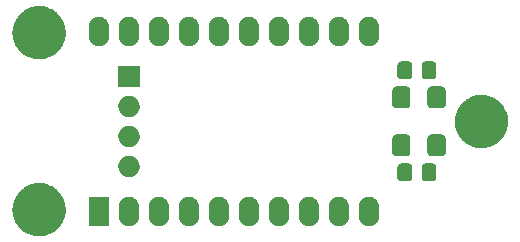
<source format=gts>
G04 #@! TF.GenerationSoftware,KiCad,Pcbnew,5.99.0-unknown-r17001-43768b71*
G04 #@! TF.CreationDate,2020-02-09T00:01:33+01:00*
G04 #@! TF.ProjectId,PD243X Display,50443234-3358-4204-9469-73706c61792e,1*
G04 #@! TF.SameCoordinates,Original*
G04 #@! TF.FileFunction,Soldermask,Top*
G04 #@! TF.FilePolarity,Negative*
%FSLAX46Y46*%
G04 Gerber Fmt 4.6, Leading zero omitted, Abs format (unit mm)*
G04 Created by KiCad (PCBNEW 5.99.0-unknown-r17001-43768b71) date 2020-02-09 00:01:33*
%MOMM*%
%LPD*%
G04 APERTURE LIST*
G04 APERTURE END LIST*
G36*
X89535542Y-90052711D02*
G01*
X89557506Y-90052730D01*
X89677500Y-90068634D01*
X89807510Y-90083217D01*
X89830187Y-90088871D01*
X89850022Y-90091500D01*
X89968493Y-90123355D01*
X90097660Y-90155560D01*
X90117540Y-90163431D01*
X90134975Y-90168119D01*
X90249663Y-90215742D01*
X90375694Y-90265641D01*
X90392639Y-90275111D01*
X90407490Y-90281278D01*
X90516170Y-90344151D01*
X90636726Y-90411527D01*
X90650679Y-90421965D01*
X90662910Y-90429041D01*
X90763502Y-90506368D01*
X90876171Y-90590655D01*
X90887205Y-90601460D01*
X90896852Y-90608876D01*
X90987208Y-90699390D01*
X91089822Y-90799877D01*
X91098114Y-90810491D01*
X91105318Y-90817707D01*
X91183475Y-90919748D01*
X91273925Y-91035519D01*
X91279740Y-91045430D01*
X91284746Y-91051966D01*
X91348964Y-91163419D01*
X91425246Y-91293438D01*
X91428933Y-91302209D01*
X91432060Y-91307636D01*
X91480838Y-91425687D01*
X91541126Y-91569106D01*
X91543099Y-91576367D01*
X91544747Y-91580356D01*
X91576943Y-91700935D01*
X91619529Y-91857678D01*
X91620262Y-91863171D01*
X91620867Y-91865437D01*
X91635739Y-91979165D01*
X91659078Y-92154084D01*
X91659005Y-92157084D01*
X91659128Y-92158027D01*
X91658870Y-92453106D01*
X91650165Y-92518783D01*
X91649087Y-92562903D01*
X91631921Y-92656433D01*
X91620100Y-92745622D01*
X91605772Y-92798911D01*
X91595106Y-92857023D01*
X91566348Y-92945529D01*
X91543481Y-93030575D01*
X91521569Y-93083344D01*
X91502699Y-93141420D01*
X91463358Y-93223531D01*
X91430322Y-93303090D01*
X91400740Y-93354224D01*
X91373491Y-93411098D01*
X91324737Y-93485603D01*
X91282559Y-93558510D01*
X91245369Y-93606889D01*
X91209752Y-93661318D01*
X91152885Y-93727199D01*
X91102724Y-93792452D01*
X91058165Y-93836933D01*
X91014358Y-93887684D01*
X90950772Y-93944138D01*
X90893893Y-94000918D01*
X90842378Y-94040375D01*
X90790742Y-94086220D01*
X90721896Y-94132657D01*
X90659634Y-94180346D01*
X90601733Y-94213708D01*
X90542832Y-94253437D01*
X90470249Y-94289468D01*
X90403964Y-94327660D01*
X90340405Y-94353923D01*
X90274985Y-94386397D01*
X90200182Y-94411862D01*
X90131244Y-94440347D01*
X90062914Y-94458592D01*
X89991906Y-94482765D01*
X89916359Y-94497724D01*
X89846163Y-94516467D01*
X89774125Y-94525887D01*
X89698568Y-94540848D01*
X89623693Y-94545559D01*
X89553573Y-94554728D01*
X89478983Y-94554663D01*
X89400125Y-94559624D01*
X89327278Y-94554530D01*
X89258494Y-94554470D01*
X89182639Y-94544416D01*
X89101821Y-94538765D01*
X89032244Y-94524483D01*
X88965978Y-94515700D01*
X88890214Y-94495328D01*
X88808895Y-94478636D01*
X88743708Y-94455935D01*
X88681025Y-94439081D01*
X88606786Y-94408254D01*
X88526496Y-94380294D01*
X88466653Y-94350065D01*
X88408510Y-94325922D01*
X88337276Y-94284712D01*
X88259583Y-94245467D01*
X88205907Y-94208714D01*
X88153090Y-94178159D01*
X88086312Y-94126825D01*
X88012847Y-94076523D01*
X87965985Y-94034329D01*
X87919148Y-93998324D01*
X87858290Y-93937360D01*
X87790622Y-93876431D01*
X87751037Y-93829918D01*
X87710682Y-93789493D01*
X87657146Y-93719597D01*
X87596813Y-93648706D01*
X87564799Y-93599031D01*
X87531254Y-93555234D01*
X87486346Y-93477295D01*
X87434825Y-93397349D01*
X87410511Y-93345679D01*
X87383940Y-93299564D01*
X87348857Y-93214658D01*
X87307503Y-93126776D01*
X87290840Y-93074246D01*
X87271253Y-93026844D01*
X87247059Y-92936232D01*
X87217084Y-92841741D01*
X87207859Y-92789426D01*
X87195133Y-92741763D01*
X87182727Y-92646888D01*
X87165158Y-92547251D01*
X87163017Y-92496162D01*
X87156872Y-92449173D01*
X87156957Y-92351601D01*
X87152635Y-92248480D01*
X87157090Y-92199526D01*
X87157130Y-92154094D01*
X87170199Y-92055488D01*
X87179738Y-91950678D01*
X87190186Y-91904692D01*
X87195900Y-91861578D01*
X87222220Y-91763690D01*
X87245988Y-91659076D01*
X87261733Y-91616738D01*
X87272519Y-91576625D01*
X87312105Y-91481293D01*
X87350222Y-91378798D01*
X87370503Y-91340655D01*
X87385678Y-91304110D01*
X87438297Y-91213154D01*
X87490610Y-91114768D01*
X87514597Y-91081263D01*
X87533441Y-91048690D01*
X87598627Y-90963892D01*
X87664684Y-90871624D01*
X87691534Y-90843032D01*
X87713276Y-90814748D01*
X87790264Y-90737894D01*
X87869386Y-90653638D01*
X87898251Y-90630097D01*
X87922107Y-90606282D01*
X88009900Y-90539038D01*
X88101120Y-90464641D01*
X88131160Y-90446160D01*
X88156366Y-90426854D01*
X88253744Y-90370746D01*
X88355814Y-90307952D01*
X88386224Y-90294412D01*
X88412036Y-90279540D01*
X88517559Y-90235938D01*
X88628994Y-90186324D01*
X88659021Y-90177487D01*
X88684756Y-90166853D01*
X88796815Y-90136932D01*
X88915861Y-90101895D01*
X88944829Y-90097411D01*
X88969837Y-90090733D01*
X89086547Y-90075471D01*
X89211373Y-90056147D01*
X89238702Y-90055575D01*
X89262427Y-90052472D01*
X89381818Y-90052576D01*
X89510341Y-90049884D01*
X89535542Y-90052711D01*
G37*
G36*
X117440055Y-91208646D02*
G01*
X117478862Y-91210680D01*
X117525116Y-91222728D01*
X117578199Y-91231516D01*
X117614324Y-91245965D01*
X117646166Y-91254259D01*
X117694396Y-91277991D01*
X117749875Y-91300181D01*
X117777118Y-91318696D01*
X117801287Y-91330588D01*
X117848462Y-91367181D01*
X117902802Y-91404110D01*
X117921330Y-91423703D01*
X117937894Y-91436551D01*
X117980614Y-91486393D01*
X118029844Y-91538452D01*
X118040654Y-91556443D01*
X118050401Y-91567815D01*
X118085098Y-91630411D01*
X118125074Y-91696941D01*
X118129860Y-91711162D01*
X118134220Y-91719028D01*
X118157404Y-91793009D01*
X118184049Y-91872183D01*
X118185022Y-91881137D01*
X118185919Y-91884000D01*
X118194354Y-91967046D01*
X118199000Y-92009809D01*
X118199000Y-92886311D01*
X118181292Y-92993278D01*
X118162032Y-93117689D01*
X118159868Y-93122690D01*
X118158349Y-93131865D01*
X118124291Y-93204903D01*
X118094687Y-93273312D01*
X118087813Y-93283129D01*
X118080207Y-93299440D01*
X118034879Y-93358726D01*
X117995526Y-93414929D01*
X117982470Y-93427276D01*
X117967904Y-93446327D01*
X117915446Y-93490657D01*
X117869914Y-93533715D01*
X117849561Y-93546335D01*
X117826679Y-93565671D01*
X117771184Y-93594930D01*
X117722978Y-93624819D01*
X117694901Y-93635150D01*
X117663121Y-93651905D01*
X117608381Y-93666983D01*
X117560728Y-93684516D01*
X117525247Y-93689882D01*
X117484861Y-93701006D01*
X117434098Y-93703666D01*
X117389785Y-93710368D01*
X117348006Y-93708178D01*
X117300217Y-93710683D01*
X117255945Y-93703354D01*
X117217138Y-93701320D01*
X117170884Y-93689272D01*
X117117801Y-93680484D01*
X117081676Y-93666035D01*
X117049834Y-93657741D01*
X117001605Y-93634009D01*
X116946125Y-93611819D01*
X116918880Y-93593303D01*
X116894716Y-93581413D01*
X116847547Y-93544825D01*
X116793199Y-93507890D01*
X116774669Y-93488296D01*
X116758105Y-93475447D01*
X116715385Y-93425605D01*
X116666157Y-93373548D01*
X116655347Y-93355557D01*
X116645600Y-93344185D01*
X116610903Y-93281589D01*
X116570927Y-93215059D01*
X116566141Y-93200838D01*
X116561781Y-93192972D01*
X116538597Y-93118991D01*
X116511952Y-93039817D01*
X116510979Y-93030863D01*
X116510082Y-93028000D01*
X116501649Y-92944979D01*
X116497000Y-92902191D01*
X116497000Y-92025690D01*
X116514707Y-91918731D01*
X116533968Y-91794312D01*
X116536132Y-91789311D01*
X116537651Y-91780136D01*
X116571707Y-91707103D01*
X116601311Y-91638693D01*
X116608186Y-91628875D01*
X116615793Y-91612561D01*
X116661129Y-91553263D01*
X116700477Y-91497068D01*
X116713531Y-91484723D01*
X116728096Y-91465673D01*
X116780554Y-91421343D01*
X116826086Y-91378285D01*
X116846439Y-91365665D01*
X116869321Y-91346329D01*
X116924816Y-91317070D01*
X116973022Y-91287181D01*
X117001099Y-91276850D01*
X117032879Y-91260095D01*
X117087619Y-91245017D01*
X117135272Y-91227484D01*
X117170753Y-91222118D01*
X117211139Y-91210994D01*
X117261902Y-91208334D01*
X117306215Y-91201632D01*
X117347994Y-91203822D01*
X117395783Y-91201317D01*
X117440055Y-91208646D01*
G37*
G36*
X97120055Y-91208646D02*
G01*
X97158862Y-91210680D01*
X97205116Y-91222728D01*
X97258199Y-91231516D01*
X97294324Y-91245965D01*
X97326166Y-91254259D01*
X97374396Y-91277991D01*
X97429875Y-91300181D01*
X97457118Y-91318696D01*
X97481287Y-91330588D01*
X97528462Y-91367181D01*
X97582802Y-91404110D01*
X97601330Y-91423703D01*
X97617894Y-91436551D01*
X97660614Y-91486393D01*
X97709844Y-91538452D01*
X97720654Y-91556443D01*
X97730401Y-91567815D01*
X97765098Y-91630411D01*
X97805074Y-91696941D01*
X97809860Y-91711162D01*
X97814220Y-91719028D01*
X97837404Y-91793009D01*
X97864049Y-91872183D01*
X97865022Y-91881137D01*
X97865919Y-91884000D01*
X97874354Y-91967046D01*
X97879000Y-92009809D01*
X97879000Y-92886311D01*
X97861292Y-92993278D01*
X97842032Y-93117689D01*
X97839868Y-93122690D01*
X97838349Y-93131865D01*
X97804291Y-93204903D01*
X97774687Y-93273312D01*
X97767813Y-93283129D01*
X97760207Y-93299440D01*
X97714879Y-93358726D01*
X97675526Y-93414929D01*
X97662470Y-93427276D01*
X97647904Y-93446327D01*
X97595446Y-93490657D01*
X97549914Y-93533715D01*
X97529561Y-93546335D01*
X97506679Y-93565671D01*
X97451184Y-93594930D01*
X97402978Y-93624819D01*
X97374901Y-93635150D01*
X97343121Y-93651905D01*
X97288381Y-93666983D01*
X97240728Y-93684516D01*
X97205247Y-93689882D01*
X97164861Y-93701006D01*
X97114098Y-93703666D01*
X97069785Y-93710368D01*
X97028006Y-93708178D01*
X96980217Y-93710683D01*
X96935945Y-93703354D01*
X96897138Y-93701320D01*
X96850884Y-93689272D01*
X96797801Y-93680484D01*
X96761676Y-93666035D01*
X96729834Y-93657741D01*
X96681605Y-93634009D01*
X96626125Y-93611819D01*
X96598880Y-93593303D01*
X96574716Y-93581413D01*
X96527547Y-93544825D01*
X96473199Y-93507890D01*
X96454669Y-93488296D01*
X96438105Y-93475447D01*
X96395385Y-93425605D01*
X96346157Y-93373548D01*
X96335347Y-93355557D01*
X96325600Y-93344185D01*
X96290903Y-93281589D01*
X96250927Y-93215059D01*
X96246141Y-93200838D01*
X96241781Y-93192972D01*
X96218597Y-93118991D01*
X96191952Y-93039817D01*
X96190979Y-93030863D01*
X96190082Y-93028000D01*
X96181649Y-92944979D01*
X96177000Y-92902191D01*
X96177000Y-92025690D01*
X96194707Y-91918731D01*
X96213968Y-91794312D01*
X96216132Y-91789311D01*
X96217651Y-91780136D01*
X96251707Y-91707103D01*
X96281311Y-91638693D01*
X96288186Y-91628875D01*
X96295793Y-91612561D01*
X96341129Y-91553263D01*
X96380477Y-91497068D01*
X96393531Y-91484723D01*
X96408096Y-91465673D01*
X96460554Y-91421343D01*
X96506086Y-91378285D01*
X96526439Y-91365665D01*
X96549321Y-91346329D01*
X96604816Y-91317070D01*
X96653022Y-91287181D01*
X96681099Y-91276850D01*
X96712879Y-91260095D01*
X96767619Y-91245017D01*
X96815272Y-91227484D01*
X96850753Y-91222118D01*
X96891139Y-91210994D01*
X96941902Y-91208334D01*
X96986215Y-91201632D01*
X97027994Y-91203822D01*
X97075783Y-91201317D01*
X97120055Y-91208646D01*
G37*
G36*
X114900055Y-91208646D02*
G01*
X114938862Y-91210680D01*
X114985116Y-91222728D01*
X115038199Y-91231516D01*
X115074324Y-91245965D01*
X115106166Y-91254259D01*
X115154396Y-91277991D01*
X115209875Y-91300181D01*
X115237118Y-91318696D01*
X115261287Y-91330588D01*
X115308462Y-91367181D01*
X115362802Y-91404110D01*
X115381330Y-91423703D01*
X115397894Y-91436551D01*
X115440614Y-91486393D01*
X115489844Y-91538452D01*
X115500654Y-91556443D01*
X115510401Y-91567815D01*
X115545098Y-91630411D01*
X115585074Y-91696941D01*
X115589860Y-91711162D01*
X115594220Y-91719028D01*
X115617404Y-91793009D01*
X115644049Y-91872183D01*
X115645022Y-91881137D01*
X115645919Y-91884000D01*
X115654354Y-91967046D01*
X115659000Y-92009809D01*
X115659000Y-92886311D01*
X115641292Y-92993278D01*
X115622032Y-93117689D01*
X115619868Y-93122690D01*
X115618349Y-93131865D01*
X115584291Y-93204903D01*
X115554687Y-93273312D01*
X115547813Y-93283129D01*
X115540207Y-93299440D01*
X115494879Y-93358726D01*
X115455526Y-93414929D01*
X115442470Y-93427276D01*
X115427904Y-93446327D01*
X115375446Y-93490657D01*
X115329914Y-93533715D01*
X115309561Y-93546335D01*
X115286679Y-93565671D01*
X115231184Y-93594930D01*
X115182978Y-93624819D01*
X115154901Y-93635150D01*
X115123121Y-93651905D01*
X115068381Y-93666983D01*
X115020728Y-93684516D01*
X114985247Y-93689882D01*
X114944861Y-93701006D01*
X114894098Y-93703666D01*
X114849785Y-93710368D01*
X114808006Y-93708178D01*
X114760217Y-93710683D01*
X114715945Y-93703354D01*
X114677138Y-93701320D01*
X114630884Y-93689272D01*
X114577801Y-93680484D01*
X114541676Y-93666035D01*
X114509834Y-93657741D01*
X114461605Y-93634009D01*
X114406125Y-93611819D01*
X114378880Y-93593303D01*
X114354716Y-93581413D01*
X114307547Y-93544825D01*
X114253199Y-93507890D01*
X114234669Y-93488296D01*
X114218105Y-93475447D01*
X114175385Y-93425605D01*
X114126157Y-93373548D01*
X114115347Y-93355557D01*
X114105600Y-93344185D01*
X114070903Y-93281589D01*
X114030927Y-93215059D01*
X114026141Y-93200838D01*
X114021781Y-93192972D01*
X113998597Y-93118991D01*
X113971952Y-93039817D01*
X113970979Y-93030863D01*
X113970082Y-93028000D01*
X113961649Y-92944979D01*
X113957000Y-92902191D01*
X113957000Y-92025690D01*
X113974707Y-91918731D01*
X113993968Y-91794312D01*
X113996132Y-91789311D01*
X113997651Y-91780136D01*
X114031707Y-91707103D01*
X114061311Y-91638693D01*
X114068186Y-91628875D01*
X114075793Y-91612561D01*
X114121129Y-91553263D01*
X114160477Y-91497068D01*
X114173531Y-91484723D01*
X114188096Y-91465673D01*
X114240554Y-91421343D01*
X114286086Y-91378285D01*
X114306439Y-91365665D01*
X114329321Y-91346329D01*
X114384816Y-91317070D01*
X114433022Y-91287181D01*
X114461099Y-91276850D01*
X114492879Y-91260095D01*
X114547619Y-91245017D01*
X114595272Y-91227484D01*
X114630753Y-91222118D01*
X114671139Y-91210994D01*
X114721902Y-91208334D01*
X114766215Y-91201632D01*
X114807994Y-91203822D01*
X114855783Y-91201317D01*
X114900055Y-91208646D01*
G37*
G36*
X99660055Y-91208646D02*
G01*
X99698862Y-91210680D01*
X99745116Y-91222728D01*
X99798199Y-91231516D01*
X99834324Y-91245965D01*
X99866166Y-91254259D01*
X99914396Y-91277991D01*
X99969875Y-91300181D01*
X99997118Y-91318696D01*
X100021287Y-91330588D01*
X100068462Y-91367181D01*
X100122802Y-91404110D01*
X100141330Y-91423703D01*
X100157894Y-91436551D01*
X100200614Y-91486393D01*
X100249844Y-91538452D01*
X100260654Y-91556443D01*
X100270401Y-91567815D01*
X100305098Y-91630411D01*
X100345074Y-91696941D01*
X100349860Y-91711162D01*
X100354220Y-91719028D01*
X100377404Y-91793009D01*
X100404049Y-91872183D01*
X100405022Y-91881137D01*
X100405919Y-91884000D01*
X100414354Y-91967046D01*
X100419000Y-92009809D01*
X100419000Y-92886311D01*
X100401292Y-92993278D01*
X100382032Y-93117689D01*
X100379868Y-93122690D01*
X100378349Y-93131865D01*
X100344291Y-93204903D01*
X100314687Y-93273312D01*
X100307813Y-93283129D01*
X100300207Y-93299440D01*
X100254879Y-93358726D01*
X100215526Y-93414929D01*
X100202470Y-93427276D01*
X100187904Y-93446327D01*
X100135446Y-93490657D01*
X100089914Y-93533715D01*
X100069561Y-93546335D01*
X100046679Y-93565671D01*
X99991184Y-93594930D01*
X99942978Y-93624819D01*
X99914901Y-93635150D01*
X99883121Y-93651905D01*
X99828381Y-93666983D01*
X99780728Y-93684516D01*
X99745247Y-93689882D01*
X99704861Y-93701006D01*
X99654098Y-93703666D01*
X99609785Y-93710368D01*
X99568006Y-93708178D01*
X99520217Y-93710683D01*
X99475945Y-93703354D01*
X99437138Y-93701320D01*
X99390884Y-93689272D01*
X99337801Y-93680484D01*
X99301676Y-93666035D01*
X99269834Y-93657741D01*
X99221605Y-93634009D01*
X99166125Y-93611819D01*
X99138880Y-93593303D01*
X99114716Y-93581413D01*
X99067547Y-93544825D01*
X99013199Y-93507890D01*
X98994669Y-93488296D01*
X98978105Y-93475447D01*
X98935385Y-93425605D01*
X98886157Y-93373548D01*
X98875347Y-93355557D01*
X98865600Y-93344185D01*
X98830903Y-93281589D01*
X98790927Y-93215059D01*
X98786141Y-93200838D01*
X98781781Y-93192972D01*
X98758597Y-93118991D01*
X98731952Y-93039817D01*
X98730979Y-93030863D01*
X98730082Y-93028000D01*
X98721649Y-92944979D01*
X98717000Y-92902191D01*
X98717000Y-92025690D01*
X98734707Y-91918731D01*
X98753968Y-91794312D01*
X98756132Y-91789311D01*
X98757651Y-91780136D01*
X98791707Y-91707103D01*
X98821311Y-91638693D01*
X98828186Y-91628875D01*
X98835793Y-91612561D01*
X98881129Y-91553263D01*
X98920477Y-91497068D01*
X98933531Y-91484723D01*
X98948096Y-91465673D01*
X99000554Y-91421343D01*
X99046086Y-91378285D01*
X99066439Y-91365665D01*
X99089321Y-91346329D01*
X99144816Y-91317070D01*
X99193022Y-91287181D01*
X99221099Y-91276850D01*
X99252879Y-91260095D01*
X99307619Y-91245017D01*
X99355272Y-91227484D01*
X99390753Y-91222118D01*
X99431139Y-91210994D01*
X99481902Y-91208334D01*
X99526215Y-91201632D01*
X99567994Y-91203822D01*
X99615783Y-91201317D01*
X99660055Y-91208646D01*
G37*
G36*
X112360055Y-91208646D02*
G01*
X112398862Y-91210680D01*
X112445116Y-91222728D01*
X112498199Y-91231516D01*
X112534324Y-91245965D01*
X112566166Y-91254259D01*
X112614396Y-91277991D01*
X112669875Y-91300181D01*
X112697118Y-91318696D01*
X112721287Y-91330588D01*
X112768462Y-91367181D01*
X112822802Y-91404110D01*
X112841330Y-91423703D01*
X112857894Y-91436551D01*
X112900614Y-91486393D01*
X112949844Y-91538452D01*
X112960654Y-91556443D01*
X112970401Y-91567815D01*
X113005098Y-91630411D01*
X113045074Y-91696941D01*
X113049860Y-91711162D01*
X113054220Y-91719028D01*
X113077404Y-91793009D01*
X113104049Y-91872183D01*
X113105022Y-91881137D01*
X113105919Y-91884000D01*
X113114354Y-91967046D01*
X113119000Y-92009809D01*
X113119000Y-92886311D01*
X113101292Y-92993278D01*
X113082032Y-93117689D01*
X113079868Y-93122690D01*
X113078349Y-93131865D01*
X113044291Y-93204903D01*
X113014687Y-93273312D01*
X113007813Y-93283129D01*
X113000207Y-93299440D01*
X112954879Y-93358726D01*
X112915526Y-93414929D01*
X112902470Y-93427276D01*
X112887904Y-93446327D01*
X112835446Y-93490657D01*
X112789914Y-93533715D01*
X112769561Y-93546335D01*
X112746679Y-93565671D01*
X112691184Y-93594930D01*
X112642978Y-93624819D01*
X112614901Y-93635150D01*
X112583121Y-93651905D01*
X112528381Y-93666983D01*
X112480728Y-93684516D01*
X112445247Y-93689882D01*
X112404861Y-93701006D01*
X112354098Y-93703666D01*
X112309785Y-93710368D01*
X112268006Y-93708178D01*
X112220217Y-93710683D01*
X112175945Y-93703354D01*
X112137138Y-93701320D01*
X112090884Y-93689272D01*
X112037801Y-93680484D01*
X112001676Y-93666035D01*
X111969834Y-93657741D01*
X111921605Y-93634009D01*
X111866125Y-93611819D01*
X111838880Y-93593303D01*
X111814716Y-93581413D01*
X111767547Y-93544825D01*
X111713199Y-93507890D01*
X111694669Y-93488296D01*
X111678105Y-93475447D01*
X111635385Y-93425605D01*
X111586157Y-93373548D01*
X111575347Y-93355557D01*
X111565600Y-93344185D01*
X111530903Y-93281589D01*
X111490927Y-93215059D01*
X111486141Y-93200838D01*
X111481781Y-93192972D01*
X111458597Y-93118991D01*
X111431952Y-93039817D01*
X111430979Y-93030863D01*
X111430082Y-93028000D01*
X111421649Y-92944979D01*
X111417000Y-92902191D01*
X111417000Y-92025690D01*
X111434707Y-91918731D01*
X111453968Y-91794312D01*
X111456132Y-91789311D01*
X111457651Y-91780136D01*
X111491707Y-91707103D01*
X111521311Y-91638693D01*
X111528186Y-91628875D01*
X111535793Y-91612561D01*
X111581129Y-91553263D01*
X111620477Y-91497068D01*
X111633531Y-91484723D01*
X111648096Y-91465673D01*
X111700554Y-91421343D01*
X111746086Y-91378285D01*
X111766439Y-91365665D01*
X111789321Y-91346329D01*
X111844816Y-91317070D01*
X111893022Y-91287181D01*
X111921099Y-91276850D01*
X111952879Y-91260095D01*
X112007619Y-91245017D01*
X112055272Y-91227484D01*
X112090753Y-91222118D01*
X112131139Y-91210994D01*
X112181902Y-91208334D01*
X112226215Y-91201632D01*
X112267994Y-91203822D01*
X112315783Y-91201317D01*
X112360055Y-91208646D01*
G37*
G36*
X102200055Y-91208646D02*
G01*
X102238862Y-91210680D01*
X102285116Y-91222728D01*
X102338199Y-91231516D01*
X102374324Y-91245965D01*
X102406166Y-91254259D01*
X102454396Y-91277991D01*
X102509875Y-91300181D01*
X102537118Y-91318696D01*
X102561287Y-91330588D01*
X102608462Y-91367181D01*
X102662802Y-91404110D01*
X102681330Y-91423703D01*
X102697894Y-91436551D01*
X102740614Y-91486393D01*
X102789844Y-91538452D01*
X102800654Y-91556443D01*
X102810401Y-91567815D01*
X102845098Y-91630411D01*
X102885074Y-91696941D01*
X102889860Y-91711162D01*
X102894220Y-91719028D01*
X102917404Y-91793009D01*
X102944049Y-91872183D01*
X102945022Y-91881137D01*
X102945919Y-91884000D01*
X102954354Y-91967046D01*
X102959000Y-92009809D01*
X102959000Y-92886311D01*
X102941292Y-92993278D01*
X102922032Y-93117689D01*
X102919868Y-93122690D01*
X102918349Y-93131865D01*
X102884291Y-93204903D01*
X102854687Y-93273312D01*
X102847813Y-93283129D01*
X102840207Y-93299440D01*
X102794879Y-93358726D01*
X102755526Y-93414929D01*
X102742470Y-93427276D01*
X102727904Y-93446327D01*
X102675446Y-93490657D01*
X102629914Y-93533715D01*
X102609561Y-93546335D01*
X102586679Y-93565671D01*
X102531184Y-93594930D01*
X102482978Y-93624819D01*
X102454901Y-93635150D01*
X102423121Y-93651905D01*
X102368381Y-93666983D01*
X102320728Y-93684516D01*
X102285247Y-93689882D01*
X102244861Y-93701006D01*
X102194098Y-93703666D01*
X102149785Y-93710368D01*
X102108006Y-93708178D01*
X102060217Y-93710683D01*
X102015945Y-93703354D01*
X101977138Y-93701320D01*
X101930884Y-93689272D01*
X101877801Y-93680484D01*
X101841676Y-93666035D01*
X101809834Y-93657741D01*
X101761605Y-93634009D01*
X101706125Y-93611819D01*
X101678880Y-93593303D01*
X101654716Y-93581413D01*
X101607547Y-93544825D01*
X101553199Y-93507890D01*
X101534669Y-93488296D01*
X101518105Y-93475447D01*
X101475385Y-93425605D01*
X101426157Y-93373548D01*
X101415347Y-93355557D01*
X101405600Y-93344185D01*
X101370903Y-93281589D01*
X101330927Y-93215059D01*
X101326141Y-93200838D01*
X101321781Y-93192972D01*
X101298597Y-93118991D01*
X101271952Y-93039817D01*
X101270979Y-93030863D01*
X101270082Y-93028000D01*
X101261649Y-92944979D01*
X101257000Y-92902191D01*
X101257000Y-92025690D01*
X101274707Y-91918731D01*
X101293968Y-91794312D01*
X101296132Y-91789311D01*
X101297651Y-91780136D01*
X101331707Y-91707103D01*
X101361311Y-91638693D01*
X101368186Y-91628875D01*
X101375793Y-91612561D01*
X101421129Y-91553263D01*
X101460477Y-91497068D01*
X101473531Y-91484723D01*
X101488096Y-91465673D01*
X101540554Y-91421343D01*
X101586086Y-91378285D01*
X101606439Y-91365665D01*
X101629321Y-91346329D01*
X101684816Y-91317070D01*
X101733022Y-91287181D01*
X101761099Y-91276850D01*
X101792879Y-91260095D01*
X101847619Y-91245017D01*
X101895272Y-91227484D01*
X101930753Y-91222118D01*
X101971139Y-91210994D01*
X102021902Y-91208334D01*
X102066215Y-91201632D01*
X102107994Y-91203822D01*
X102155783Y-91201317D01*
X102200055Y-91208646D01*
G37*
G36*
X109820055Y-91208646D02*
G01*
X109858862Y-91210680D01*
X109905116Y-91222728D01*
X109958199Y-91231516D01*
X109994324Y-91245965D01*
X110026166Y-91254259D01*
X110074396Y-91277991D01*
X110129875Y-91300181D01*
X110157118Y-91318696D01*
X110181287Y-91330588D01*
X110228462Y-91367181D01*
X110282802Y-91404110D01*
X110301330Y-91423703D01*
X110317894Y-91436551D01*
X110360614Y-91486393D01*
X110409844Y-91538452D01*
X110420654Y-91556443D01*
X110430401Y-91567815D01*
X110465098Y-91630411D01*
X110505074Y-91696941D01*
X110509860Y-91711162D01*
X110514220Y-91719028D01*
X110537404Y-91793009D01*
X110564049Y-91872183D01*
X110565022Y-91881137D01*
X110565919Y-91884000D01*
X110574354Y-91967046D01*
X110579000Y-92009809D01*
X110579000Y-92886311D01*
X110561292Y-92993278D01*
X110542032Y-93117689D01*
X110539868Y-93122690D01*
X110538349Y-93131865D01*
X110504291Y-93204903D01*
X110474687Y-93273312D01*
X110467813Y-93283129D01*
X110460207Y-93299440D01*
X110414879Y-93358726D01*
X110375526Y-93414929D01*
X110362470Y-93427276D01*
X110347904Y-93446327D01*
X110295446Y-93490657D01*
X110249914Y-93533715D01*
X110229561Y-93546335D01*
X110206679Y-93565671D01*
X110151184Y-93594930D01*
X110102978Y-93624819D01*
X110074901Y-93635150D01*
X110043121Y-93651905D01*
X109988381Y-93666983D01*
X109940728Y-93684516D01*
X109905247Y-93689882D01*
X109864861Y-93701006D01*
X109814098Y-93703666D01*
X109769785Y-93710368D01*
X109728006Y-93708178D01*
X109680217Y-93710683D01*
X109635945Y-93703354D01*
X109597138Y-93701320D01*
X109550884Y-93689272D01*
X109497801Y-93680484D01*
X109461676Y-93666035D01*
X109429834Y-93657741D01*
X109381605Y-93634009D01*
X109326125Y-93611819D01*
X109298880Y-93593303D01*
X109274716Y-93581413D01*
X109227547Y-93544825D01*
X109173199Y-93507890D01*
X109154669Y-93488296D01*
X109138105Y-93475447D01*
X109095385Y-93425605D01*
X109046157Y-93373548D01*
X109035347Y-93355557D01*
X109025600Y-93344185D01*
X108990903Y-93281589D01*
X108950927Y-93215059D01*
X108946141Y-93200838D01*
X108941781Y-93192972D01*
X108918597Y-93118991D01*
X108891952Y-93039817D01*
X108890979Y-93030863D01*
X108890082Y-93028000D01*
X108881649Y-92944979D01*
X108877000Y-92902191D01*
X108877000Y-92025690D01*
X108894707Y-91918731D01*
X108913968Y-91794312D01*
X108916132Y-91789311D01*
X108917651Y-91780136D01*
X108951707Y-91707103D01*
X108981311Y-91638693D01*
X108988186Y-91628875D01*
X108995793Y-91612561D01*
X109041129Y-91553263D01*
X109080477Y-91497068D01*
X109093531Y-91484723D01*
X109108096Y-91465673D01*
X109160554Y-91421343D01*
X109206086Y-91378285D01*
X109226439Y-91365665D01*
X109249321Y-91346329D01*
X109304816Y-91317070D01*
X109353022Y-91287181D01*
X109381099Y-91276850D01*
X109412879Y-91260095D01*
X109467619Y-91245017D01*
X109515272Y-91227484D01*
X109550753Y-91222118D01*
X109591139Y-91210994D01*
X109641902Y-91208334D01*
X109686215Y-91201632D01*
X109727994Y-91203822D01*
X109775783Y-91201317D01*
X109820055Y-91208646D01*
G37*
G36*
X104740055Y-91208646D02*
G01*
X104778862Y-91210680D01*
X104825116Y-91222728D01*
X104878199Y-91231516D01*
X104914324Y-91245965D01*
X104946166Y-91254259D01*
X104994396Y-91277991D01*
X105049875Y-91300181D01*
X105077118Y-91318696D01*
X105101287Y-91330588D01*
X105148462Y-91367181D01*
X105202802Y-91404110D01*
X105221330Y-91423703D01*
X105237894Y-91436551D01*
X105280614Y-91486393D01*
X105329844Y-91538452D01*
X105340654Y-91556443D01*
X105350401Y-91567815D01*
X105385098Y-91630411D01*
X105425074Y-91696941D01*
X105429860Y-91711162D01*
X105434220Y-91719028D01*
X105457404Y-91793009D01*
X105484049Y-91872183D01*
X105485022Y-91881137D01*
X105485919Y-91884000D01*
X105494354Y-91967046D01*
X105499000Y-92009809D01*
X105499000Y-92886311D01*
X105481292Y-92993278D01*
X105462032Y-93117689D01*
X105459868Y-93122690D01*
X105458349Y-93131865D01*
X105424291Y-93204903D01*
X105394687Y-93273312D01*
X105387813Y-93283129D01*
X105380207Y-93299440D01*
X105334879Y-93358726D01*
X105295526Y-93414929D01*
X105282470Y-93427276D01*
X105267904Y-93446327D01*
X105215446Y-93490657D01*
X105169914Y-93533715D01*
X105149561Y-93546335D01*
X105126679Y-93565671D01*
X105071184Y-93594930D01*
X105022978Y-93624819D01*
X104994901Y-93635150D01*
X104963121Y-93651905D01*
X104908381Y-93666983D01*
X104860728Y-93684516D01*
X104825247Y-93689882D01*
X104784861Y-93701006D01*
X104734098Y-93703666D01*
X104689785Y-93710368D01*
X104648006Y-93708178D01*
X104600217Y-93710683D01*
X104555945Y-93703354D01*
X104517138Y-93701320D01*
X104470884Y-93689272D01*
X104417801Y-93680484D01*
X104381676Y-93666035D01*
X104349834Y-93657741D01*
X104301605Y-93634009D01*
X104246125Y-93611819D01*
X104218880Y-93593303D01*
X104194716Y-93581413D01*
X104147547Y-93544825D01*
X104093199Y-93507890D01*
X104074669Y-93488296D01*
X104058105Y-93475447D01*
X104015385Y-93425605D01*
X103966157Y-93373548D01*
X103955347Y-93355557D01*
X103945600Y-93344185D01*
X103910903Y-93281589D01*
X103870927Y-93215059D01*
X103866141Y-93200838D01*
X103861781Y-93192972D01*
X103838597Y-93118991D01*
X103811952Y-93039817D01*
X103810979Y-93030863D01*
X103810082Y-93028000D01*
X103801649Y-92944979D01*
X103797000Y-92902191D01*
X103797000Y-92025690D01*
X103814707Y-91918731D01*
X103833968Y-91794312D01*
X103836132Y-91789311D01*
X103837651Y-91780136D01*
X103871707Y-91707103D01*
X103901311Y-91638693D01*
X103908186Y-91628875D01*
X103915793Y-91612561D01*
X103961129Y-91553263D01*
X104000477Y-91497068D01*
X104013531Y-91484723D01*
X104028096Y-91465673D01*
X104080554Y-91421343D01*
X104126086Y-91378285D01*
X104146439Y-91365665D01*
X104169321Y-91346329D01*
X104224816Y-91317070D01*
X104273022Y-91287181D01*
X104301099Y-91276850D01*
X104332879Y-91260095D01*
X104387619Y-91245017D01*
X104435272Y-91227484D01*
X104470753Y-91222118D01*
X104511139Y-91210994D01*
X104561902Y-91208334D01*
X104606215Y-91201632D01*
X104647994Y-91203822D01*
X104695783Y-91201317D01*
X104740055Y-91208646D01*
G37*
G36*
X107280055Y-91208646D02*
G01*
X107318862Y-91210680D01*
X107365116Y-91222728D01*
X107418199Y-91231516D01*
X107454324Y-91245965D01*
X107486166Y-91254259D01*
X107534396Y-91277991D01*
X107589875Y-91300181D01*
X107617118Y-91318696D01*
X107641287Y-91330588D01*
X107688462Y-91367181D01*
X107742802Y-91404110D01*
X107761330Y-91423703D01*
X107777894Y-91436551D01*
X107820614Y-91486393D01*
X107869844Y-91538452D01*
X107880654Y-91556443D01*
X107890401Y-91567815D01*
X107925098Y-91630411D01*
X107965074Y-91696941D01*
X107969860Y-91711162D01*
X107974220Y-91719028D01*
X107997404Y-91793009D01*
X108024049Y-91872183D01*
X108025022Y-91881137D01*
X108025919Y-91884000D01*
X108034354Y-91967046D01*
X108039000Y-92009809D01*
X108039000Y-92886311D01*
X108021292Y-92993278D01*
X108002032Y-93117689D01*
X107999868Y-93122690D01*
X107998349Y-93131865D01*
X107964291Y-93204903D01*
X107934687Y-93273312D01*
X107927813Y-93283129D01*
X107920207Y-93299440D01*
X107874879Y-93358726D01*
X107835526Y-93414929D01*
X107822470Y-93427276D01*
X107807904Y-93446327D01*
X107755446Y-93490657D01*
X107709914Y-93533715D01*
X107689561Y-93546335D01*
X107666679Y-93565671D01*
X107611184Y-93594930D01*
X107562978Y-93624819D01*
X107534901Y-93635150D01*
X107503121Y-93651905D01*
X107448381Y-93666983D01*
X107400728Y-93684516D01*
X107365247Y-93689882D01*
X107324861Y-93701006D01*
X107274098Y-93703666D01*
X107229785Y-93710368D01*
X107188006Y-93708178D01*
X107140217Y-93710683D01*
X107095945Y-93703354D01*
X107057138Y-93701320D01*
X107010884Y-93689272D01*
X106957801Y-93680484D01*
X106921676Y-93666035D01*
X106889834Y-93657741D01*
X106841605Y-93634009D01*
X106786125Y-93611819D01*
X106758880Y-93593303D01*
X106734716Y-93581413D01*
X106687547Y-93544825D01*
X106633199Y-93507890D01*
X106614669Y-93488296D01*
X106598105Y-93475447D01*
X106555385Y-93425605D01*
X106506157Y-93373548D01*
X106495347Y-93355557D01*
X106485600Y-93344185D01*
X106450903Y-93281589D01*
X106410927Y-93215059D01*
X106406141Y-93200838D01*
X106401781Y-93192972D01*
X106378597Y-93118991D01*
X106351952Y-93039817D01*
X106350979Y-93030863D01*
X106350082Y-93028000D01*
X106341649Y-92944979D01*
X106337000Y-92902191D01*
X106337000Y-92025690D01*
X106354707Y-91918731D01*
X106373968Y-91794312D01*
X106376132Y-91789311D01*
X106377651Y-91780136D01*
X106411707Y-91707103D01*
X106441311Y-91638693D01*
X106448186Y-91628875D01*
X106455793Y-91612561D01*
X106501129Y-91553263D01*
X106540477Y-91497068D01*
X106553531Y-91484723D01*
X106568096Y-91465673D01*
X106620554Y-91421343D01*
X106666086Y-91378285D01*
X106686439Y-91365665D01*
X106709321Y-91346329D01*
X106764816Y-91317070D01*
X106813022Y-91287181D01*
X106841099Y-91276850D01*
X106872879Y-91260095D01*
X106927619Y-91245017D01*
X106975272Y-91227484D01*
X107010753Y-91222118D01*
X107051139Y-91210994D01*
X107101902Y-91208334D01*
X107146215Y-91201632D01*
X107187994Y-91203822D01*
X107235783Y-91201317D01*
X107280055Y-91208646D01*
G37*
G36*
X95307899Y-91207959D02*
G01*
X95324769Y-91219231D01*
X95336041Y-91236101D01*
X95342448Y-91268312D01*
X95342448Y-93643688D01*
X95339999Y-93656000D01*
X95336041Y-93675899D01*
X95324769Y-93692769D01*
X95307899Y-93704041D01*
X95288000Y-93707999D01*
X95275688Y-93710448D01*
X93700312Y-93710448D01*
X93668101Y-93704041D01*
X93651231Y-93692769D01*
X93639959Y-93675899D01*
X93633552Y-93643688D01*
X93633552Y-91268312D01*
X93639959Y-91236101D01*
X93651231Y-91219231D01*
X93668101Y-91207959D01*
X93700312Y-91201552D01*
X95275688Y-91201552D01*
X95307899Y-91207959D01*
G37*
G36*
X120789756Y-88415764D02*
G01*
X120801227Y-88421288D01*
X120809287Y-88422795D01*
X120826547Y-88433482D01*
X120871638Y-88455197D01*
X120891738Y-88473847D01*
X120904964Y-88482036D01*
X120915265Y-88495676D01*
X120938264Y-88517016D01*
X120960614Y-88555727D01*
X120972781Y-88571839D01*
X120974751Y-88580213D01*
X120982506Y-88593646D01*
X121001419Y-88693601D01*
X121004883Y-88708330D01*
X121004883Y-88711909D01*
X121006194Y-88718838D01*
X121006194Y-89591517D01*
X120991236Y-89690756D01*
X120985712Y-89702227D01*
X120984205Y-89710287D01*
X120973518Y-89727547D01*
X120951803Y-89772638D01*
X120933153Y-89792738D01*
X120924964Y-89805964D01*
X120911324Y-89816265D01*
X120889984Y-89839264D01*
X120851273Y-89861614D01*
X120835161Y-89873781D01*
X120826787Y-89875751D01*
X120813354Y-89883506D01*
X120713399Y-89902419D01*
X120698670Y-89905883D01*
X120695091Y-89905883D01*
X120688162Y-89907194D01*
X120065483Y-89907194D01*
X119966244Y-89892236D01*
X119954773Y-89886712D01*
X119946713Y-89885205D01*
X119929453Y-89874518D01*
X119884362Y-89852803D01*
X119864262Y-89834153D01*
X119851036Y-89825964D01*
X119840735Y-89812324D01*
X119817736Y-89790984D01*
X119795386Y-89752273D01*
X119783219Y-89736161D01*
X119781249Y-89727787D01*
X119773494Y-89714354D01*
X119754581Y-89614399D01*
X119751117Y-89599670D01*
X119751117Y-89596091D01*
X119749806Y-89589162D01*
X119749806Y-88716483D01*
X119764764Y-88617244D01*
X119770288Y-88605773D01*
X119771795Y-88597713D01*
X119782482Y-88580453D01*
X119804197Y-88535362D01*
X119822847Y-88515262D01*
X119831036Y-88502036D01*
X119844676Y-88491735D01*
X119866016Y-88468736D01*
X119904727Y-88446386D01*
X119920839Y-88434219D01*
X119929213Y-88432249D01*
X119942646Y-88424494D01*
X120042601Y-88405581D01*
X120057330Y-88402117D01*
X120060909Y-88402117D01*
X120067838Y-88400806D01*
X120690517Y-88400806D01*
X120789756Y-88415764D01*
G37*
G36*
X122839756Y-88415764D02*
G01*
X122851227Y-88421288D01*
X122859287Y-88422795D01*
X122876547Y-88433482D01*
X122921638Y-88455197D01*
X122941738Y-88473847D01*
X122954964Y-88482036D01*
X122965265Y-88495676D01*
X122988264Y-88517016D01*
X123010614Y-88555727D01*
X123022781Y-88571839D01*
X123024751Y-88580213D01*
X123032506Y-88593646D01*
X123051419Y-88693601D01*
X123054883Y-88708330D01*
X123054883Y-88711909D01*
X123056194Y-88718838D01*
X123056194Y-89591517D01*
X123041236Y-89690756D01*
X123035712Y-89702227D01*
X123034205Y-89710287D01*
X123023518Y-89727547D01*
X123001803Y-89772638D01*
X122983153Y-89792738D01*
X122974964Y-89805964D01*
X122961324Y-89816265D01*
X122939984Y-89839264D01*
X122901273Y-89861614D01*
X122885161Y-89873781D01*
X122876787Y-89875751D01*
X122863354Y-89883506D01*
X122763399Y-89902419D01*
X122748670Y-89905883D01*
X122745091Y-89905883D01*
X122738162Y-89907194D01*
X122115483Y-89907194D01*
X122016244Y-89892236D01*
X122004773Y-89886712D01*
X121996713Y-89885205D01*
X121979453Y-89874518D01*
X121934362Y-89852803D01*
X121914262Y-89834153D01*
X121901036Y-89825964D01*
X121890735Y-89812324D01*
X121867736Y-89790984D01*
X121845386Y-89752273D01*
X121833219Y-89736161D01*
X121831249Y-89727787D01*
X121823494Y-89714354D01*
X121804581Y-89614399D01*
X121801117Y-89599670D01*
X121801117Y-89596091D01*
X121799806Y-89589162D01*
X121799806Y-88716483D01*
X121814764Y-88617244D01*
X121820288Y-88605773D01*
X121821795Y-88597713D01*
X121832482Y-88580453D01*
X121854197Y-88535362D01*
X121872847Y-88515262D01*
X121881036Y-88502036D01*
X121894676Y-88491735D01*
X121916016Y-88468736D01*
X121954727Y-88446386D01*
X121970839Y-88434219D01*
X121979213Y-88432249D01*
X121992646Y-88424494D01*
X122092601Y-88405581D01*
X122107330Y-88402117D01*
X122110909Y-88402117D01*
X122117838Y-88400806D01*
X122740517Y-88400806D01*
X122839756Y-88415764D01*
G37*
G36*
X97077902Y-87741283D02*
G01*
X97122637Y-87741595D01*
X97166460Y-87750590D01*
X97216360Y-87755835D01*
X97258132Y-87769408D01*
X97295723Y-87777124D01*
X97342851Y-87796935D01*
X97396488Y-87814363D01*
X97429099Y-87833191D01*
X97458614Y-87845598D01*
X97506301Y-87877763D01*
X97560511Y-87909061D01*
X97583826Y-87930054D01*
X97605101Y-87944404D01*
X97650183Y-87989802D01*
X97701261Y-88035793D01*
X97716003Y-88056083D01*
X97729608Y-88069784D01*
X97768643Y-88128537D01*
X97812586Y-88189019D01*
X97820221Y-88206168D01*
X97827388Y-88216955D01*
X97856865Y-88288472D01*
X97889621Y-88362042D01*
X97892211Y-88374225D01*
X97894724Y-88380323D01*
X97911292Y-88463997D01*
X97928999Y-88547301D01*
X97928999Y-88736699D01*
X97926115Y-88750269D01*
X97926030Y-88756331D01*
X97907342Y-88838585D01*
X97889621Y-88921958D01*
X97887129Y-88927555D01*
X97887078Y-88927780D01*
X97815210Y-89089197D01*
X97815078Y-89089385D01*
X97812586Y-89094981D01*
X97762480Y-89163946D01*
X97713357Y-89233582D01*
X97708585Y-89238126D01*
X97701261Y-89248207D01*
X97641396Y-89302110D01*
X97585396Y-89355438D01*
X97574464Y-89362376D01*
X97560511Y-89374939D01*
X97495764Y-89412321D01*
X97436211Y-89450114D01*
X97418209Y-89457097D01*
X97396488Y-89469637D01*
X97331115Y-89490878D01*
X97271468Y-89514014D01*
X97246200Y-89518469D01*
X97216360Y-89528165D01*
X97154095Y-89534709D01*
X97097460Y-89544695D01*
X97065459Y-89544025D01*
X97028000Y-89547962D01*
X96971902Y-89542066D01*
X96920799Y-89540996D01*
X96883323Y-89532756D01*
X96839640Y-89528165D01*
X96791917Y-89512659D01*
X96748225Y-89503052D01*
X96707230Y-89485142D01*
X96659512Y-89469637D01*
X96621473Y-89447675D01*
X96586310Y-89432313D01*
X96544337Y-89403141D01*
X96495489Y-89374939D01*
X96467504Y-89349741D01*
X96441215Y-89331470D01*
X96401257Y-89290092D01*
X96354739Y-89248207D01*
X96336296Y-89222823D01*
X96318473Y-89204366D01*
X96283821Y-89150597D01*
X96243414Y-89094981D01*
X96233212Y-89072066D01*
X96222754Y-89055839D01*
X96196789Y-88990261D01*
X96166379Y-88921958D01*
X96162476Y-88903596D01*
X96157707Y-88891551D01*
X96143740Y-88815448D01*
X96127001Y-88736699D01*
X96127001Y-88724246D01*
X96125811Y-88717762D01*
X96127001Y-88632535D01*
X96127001Y-88547301D01*
X96128275Y-88541308D01*
X96128278Y-88541077D01*
X96165015Y-88368246D01*
X96165105Y-88368036D01*
X96166379Y-88362042D01*
X96201042Y-88284188D01*
X96234622Y-88205839D01*
X96238348Y-88200397D01*
X96243414Y-88189019D01*
X96290746Y-88123872D01*
X96334452Y-88060041D01*
X96343706Y-88050979D01*
X96354739Y-88035793D01*
X96410297Y-87985769D01*
X96460693Y-87936417D01*
X96476848Y-87925846D01*
X96495489Y-87909061D01*
X96555026Y-87874687D01*
X96608551Y-87839662D01*
X96632340Y-87830050D01*
X96659512Y-87814363D01*
X96719045Y-87795019D01*
X96772376Y-87773472D01*
X96803820Y-87767474D01*
X96839640Y-87755835D01*
X96895744Y-87749938D01*
X96945945Y-87740362D01*
X96984312Y-87740630D01*
X97028000Y-87736038D01*
X97077902Y-87741283D01*
G37*
G36*
X123612256Y-85954764D02*
G01*
X123623728Y-85960289D01*
X123631786Y-85961795D01*
X123649043Y-85972480D01*
X123694138Y-85994197D01*
X123714238Y-86012847D01*
X123727464Y-86021036D01*
X123737764Y-86034676D01*
X123760765Y-86056017D01*
X123783117Y-86094732D01*
X123795281Y-86110840D01*
X123797250Y-86119212D01*
X123805006Y-86132646D01*
X123823919Y-86232603D01*
X123827383Y-86247331D01*
X123827383Y-86250910D01*
X123828694Y-86257839D01*
X123828694Y-87480516D01*
X123813736Y-87579756D01*
X123808211Y-87591228D01*
X123806705Y-87599286D01*
X123796020Y-87616543D01*
X123774303Y-87661638D01*
X123755653Y-87681738D01*
X123747464Y-87694964D01*
X123733824Y-87705264D01*
X123712483Y-87728265D01*
X123673768Y-87750617D01*
X123657660Y-87762781D01*
X123649288Y-87764750D01*
X123635854Y-87772506D01*
X123535897Y-87791419D01*
X123521169Y-87794883D01*
X123517590Y-87794883D01*
X123510661Y-87796194D01*
X122612984Y-87796194D01*
X122513744Y-87781236D01*
X122502272Y-87775711D01*
X122494214Y-87774205D01*
X122476957Y-87763520D01*
X122431862Y-87741803D01*
X122411762Y-87723153D01*
X122398536Y-87714964D01*
X122388236Y-87701324D01*
X122365235Y-87679983D01*
X122342883Y-87641268D01*
X122330719Y-87625160D01*
X122328750Y-87616788D01*
X122320994Y-87603354D01*
X122302081Y-87503397D01*
X122298617Y-87488669D01*
X122298617Y-87485090D01*
X122297306Y-87478161D01*
X122297306Y-86255484D01*
X122312264Y-86156244D01*
X122317789Y-86144772D01*
X122319295Y-86136714D01*
X122329980Y-86119457D01*
X122351697Y-86074362D01*
X122370347Y-86054262D01*
X122378536Y-86041036D01*
X122392176Y-86030736D01*
X122413517Y-86007735D01*
X122452232Y-85985383D01*
X122468340Y-85973219D01*
X122476712Y-85971250D01*
X122490146Y-85963494D01*
X122590103Y-85944581D01*
X122604831Y-85941117D01*
X122608410Y-85941117D01*
X122615339Y-85939806D01*
X123513016Y-85939806D01*
X123612256Y-85954764D01*
G37*
G36*
X120637256Y-85954764D02*
G01*
X120648728Y-85960289D01*
X120656786Y-85961795D01*
X120674043Y-85972480D01*
X120719138Y-85994197D01*
X120739238Y-86012847D01*
X120752464Y-86021036D01*
X120762764Y-86034676D01*
X120785765Y-86056017D01*
X120808117Y-86094732D01*
X120820281Y-86110840D01*
X120822250Y-86119212D01*
X120830006Y-86132646D01*
X120848919Y-86232603D01*
X120852383Y-86247331D01*
X120852383Y-86250910D01*
X120853694Y-86257839D01*
X120853694Y-87480516D01*
X120838736Y-87579756D01*
X120833211Y-87591228D01*
X120831705Y-87599286D01*
X120821020Y-87616543D01*
X120799303Y-87661638D01*
X120780653Y-87681738D01*
X120772464Y-87694964D01*
X120758824Y-87705264D01*
X120737483Y-87728265D01*
X120698768Y-87750617D01*
X120682660Y-87762781D01*
X120674288Y-87764750D01*
X120660854Y-87772506D01*
X120560897Y-87791419D01*
X120546169Y-87794883D01*
X120542590Y-87794883D01*
X120535661Y-87796194D01*
X119637984Y-87796194D01*
X119538744Y-87781236D01*
X119527272Y-87775711D01*
X119519214Y-87774205D01*
X119501957Y-87763520D01*
X119456862Y-87741803D01*
X119436762Y-87723153D01*
X119423536Y-87714964D01*
X119413236Y-87701324D01*
X119390235Y-87679983D01*
X119367883Y-87641268D01*
X119355719Y-87625160D01*
X119353750Y-87616788D01*
X119345994Y-87603354D01*
X119327081Y-87503397D01*
X119323617Y-87488669D01*
X119323617Y-87485090D01*
X119322306Y-87478161D01*
X119322306Y-86255484D01*
X119337264Y-86156244D01*
X119342789Y-86144772D01*
X119344295Y-86136714D01*
X119354980Y-86119457D01*
X119376697Y-86074362D01*
X119395347Y-86054262D01*
X119403536Y-86041036D01*
X119417176Y-86030736D01*
X119438517Y-86007735D01*
X119477232Y-85985383D01*
X119493340Y-85973219D01*
X119501712Y-85971250D01*
X119515146Y-85963494D01*
X119615103Y-85944581D01*
X119629831Y-85941117D01*
X119633410Y-85941117D01*
X119640339Y-85939806D01*
X120538016Y-85939806D01*
X120637256Y-85954764D01*
G37*
G36*
X126995542Y-82585111D02*
G01*
X127017506Y-82585130D01*
X127137500Y-82601034D01*
X127267510Y-82615617D01*
X127290187Y-82621271D01*
X127310022Y-82623900D01*
X127428493Y-82655755D01*
X127557660Y-82687960D01*
X127577540Y-82695831D01*
X127594975Y-82700519D01*
X127709663Y-82748142D01*
X127835694Y-82798041D01*
X127852639Y-82807511D01*
X127867490Y-82813678D01*
X127976170Y-82876551D01*
X128096726Y-82943927D01*
X128110679Y-82954365D01*
X128122910Y-82961441D01*
X128223502Y-83038768D01*
X128336171Y-83123055D01*
X128347205Y-83133860D01*
X128356852Y-83141276D01*
X128447208Y-83231790D01*
X128549822Y-83332277D01*
X128558114Y-83342891D01*
X128565318Y-83350107D01*
X128643475Y-83452148D01*
X128733925Y-83567919D01*
X128739740Y-83577830D01*
X128744746Y-83584366D01*
X128808964Y-83695819D01*
X128885246Y-83825838D01*
X128888933Y-83834609D01*
X128892060Y-83840036D01*
X128940838Y-83958087D01*
X129001126Y-84101506D01*
X129003099Y-84108767D01*
X129004747Y-84112756D01*
X129036943Y-84233335D01*
X129079529Y-84390078D01*
X129080262Y-84395571D01*
X129080867Y-84397837D01*
X129095739Y-84511565D01*
X129119078Y-84686484D01*
X129119005Y-84689484D01*
X129119128Y-84690427D01*
X129118870Y-84985506D01*
X129110165Y-85051183D01*
X129109087Y-85095303D01*
X129091921Y-85188833D01*
X129080100Y-85278022D01*
X129065772Y-85331311D01*
X129055106Y-85389423D01*
X129026348Y-85477929D01*
X129003481Y-85562975D01*
X128981569Y-85615744D01*
X128962699Y-85673820D01*
X128923358Y-85755931D01*
X128890322Y-85835490D01*
X128860740Y-85886624D01*
X128833491Y-85943498D01*
X128784737Y-86018003D01*
X128742559Y-86090910D01*
X128705369Y-86139289D01*
X128669752Y-86193718D01*
X128612885Y-86259599D01*
X128562724Y-86324852D01*
X128518165Y-86369333D01*
X128474358Y-86420084D01*
X128410772Y-86476538D01*
X128353893Y-86533318D01*
X128302378Y-86572775D01*
X128250742Y-86618620D01*
X128181896Y-86665057D01*
X128119634Y-86712746D01*
X128061733Y-86746108D01*
X128002832Y-86785837D01*
X127930249Y-86821868D01*
X127863964Y-86860060D01*
X127800405Y-86886323D01*
X127734985Y-86918797D01*
X127660182Y-86944262D01*
X127591244Y-86972747D01*
X127522914Y-86990992D01*
X127451906Y-87015165D01*
X127376359Y-87030124D01*
X127306163Y-87048867D01*
X127234125Y-87058287D01*
X127158568Y-87073248D01*
X127083693Y-87077959D01*
X127013573Y-87087128D01*
X126938983Y-87087063D01*
X126860125Y-87092024D01*
X126787278Y-87086930D01*
X126718494Y-87086870D01*
X126642639Y-87076816D01*
X126561821Y-87071165D01*
X126492244Y-87056883D01*
X126425978Y-87048100D01*
X126350214Y-87027728D01*
X126268895Y-87011036D01*
X126203708Y-86988335D01*
X126141025Y-86971481D01*
X126066786Y-86940654D01*
X125986496Y-86912694D01*
X125926653Y-86882465D01*
X125868510Y-86858322D01*
X125797276Y-86817112D01*
X125719583Y-86777867D01*
X125665907Y-86741114D01*
X125613090Y-86710559D01*
X125546312Y-86659225D01*
X125472847Y-86608923D01*
X125425985Y-86566729D01*
X125379148Y-86530724D01*
X125318290Y-86469760D01*
X125250622Y-86408831D01*
X125211037Y-86362318D01*
X125170682Y-86321893D01*
X125117146Y-86251997D01*
X125056813Y-86181106D01*
X125024799Y-86131431D01*
X124991254Y-86087634D01*
X124946346Y-86009695D01*
X124894825Y-85929749D01*
X124870511Y-85878079D01*
X124843940Y-85831964D01*
X124808857Y-85747058D01*
X124767503Y-85659176D01*
X124750840Y-85606646D01*
X124731253Y-85559244D01*
X124707059Y-85468632D01*
X124677084Y-85374141D01*
X124667859Y-85321826D01*
X124655133Y-85274163D01*
X124642727Y-85179288D01*
X124625158Y-85079651D01*
X124623017Y-85028562D01*
X124616872Y-84981573D01*
X124616957Y-84884001D01*
X124612635Y-84780880D01*
X124617090Y-84731926D01*
X124617130Y-84686494D01*
X124630199Y-84587888D01*
X124639738Y-84483078D01*
X124650186Y-84437092D01*
X124655900Y-84393978D01*
X124682220Y-84296090D01*
X124705988Y-84191476D01*
X124721733Y-84149138D01*
X124732519Y-84109025D01*
X124772105Y-84013693D01*
X124810222Y-83911198D01*
X124830503Y-83873055D01*
X124845678Y-83836510D01*
X124898297Y-83745554D01*
X124950610Y-83647168D01*
X124974597Y-83613663D01*
X124993441Y-83581090D01*
X125058627Y-83496292D01*
X125124684Y-83404024D01*
X125151534Y-83375432D01*
X125173276Y-83347148D01*
X125250264Y-83270294D01*
X125329386Y-83186038D01*
X125358251Y-83162497D01*
X125382107Y-83138682D01*
X125469900Y-83071438D01*
X125561120Y-82997041D01*
X125591160Y-82978560D01*
X125616366Y-82959254D01*
X125713744Y-82903146D01*
X125815814Y-82840352D01*
X125846224Y-82826812D01*
X125872036Y-82811940D01*
X125977559Y-82768338D01*
X126088994Y-82718724D01*
X126119021Y-82709887D01*
X126144756Y-82699253D01*
X126256815Y-82669332D01*
X126375861Y-82634295D01*
X126404829Y-82629811D01*
X126429837Y-82623133D01*
X126546547Y-82607871D01*
X126671373Y-82588547D01*
X126698702Y-82587975D01*
X126722427Y-82584872D01*
X126841818Y-82584976D01*
X126970341Y-82582284D01*
X126995542Y-82585111D01*
G37*
G36*
X97077902Y-85201283D02*
G01*
X97122637Y-85201595D01*
X97166460Y-85210590D01*
X97216360Y-85215835D01*
X97258132Y-85229408D01*
X97295723Y-85237124D01*
X97342851Y-85256935D01*
X97396488Y-85274363D01*
X97429099Y-85293191D01*
X97458614Y-85305598D01*
X97506301Y-85337763D01*
X97560511Y-85369061D01*
X97583826Y-85390054D01*
X97605101Y-85404404D01*
X97650183Y-85449802D01*
X97701261Y-85495793D01*
X97716003Y-85516083D01*
X97729608Y-85529784D01*
X97768643Y-85588537D01*
X97812586Y-85649019D01*
X97820221Y-85666168D01*
X97827388Y-85676955D01*
X97856865Y-85748472D01*
X97889621Y-85822042D01*
X97892211Y-85834225D01*
X97894724Y-85840323D01*
X97911292Y-85923997D01*
X97928999Y-86007301D01*
X97928999Y-86196699D01*
X97926115Y-86210269D01*
X97926030Y-86216331D01*
X97907342Y-86298585D01*
X97889621Y-86381958D01*
X97887129Y-86387555D01*
X97887078Y-86387780D01*
X97815210Y-86549197D01*
X97815078Y-86549385D01*
X97812586Y-86554981D01*
X97762480Y-86623946D01*
X97713357Y-86693582D01*
X97708585Y-86698126D01*
X97701261Y-86708207D01*
X97641396Y-86762110D01*
X97585396Y-86815438D01*
X97574464Y-86822376D01*
X97560511Y-86834939D01*
X97495764Y-86872321D01*
X97436211Y-86910114D01*
X97418209Y-86917097D01*
X97396488Y-86929637D01*
X97331115Y-86950878D01*
X97271468Y-86974014D01*
X97246200Y-86978469D01*
X97216360Y-86988165D01*
X97154095Y-86994709D01*
X97097460Y-87004695D01*
X97065459Y-87004025D01*
X97028000Y-87007962D01*
X96971902Y-87002066D01*
X96920799Y-87000996D01*
X96883323Y-86992756D01*
X96839640Y-86988165D01*
X96791917Y-86972659D01*
X96748225Y-86963052D01*
X96707230Y-86945142D01*
X96659512Y-86929637D01*
X96621473Y-86907675D01*
X96586310Y-86892313D01*
X96544337Y-86863141D01*
X96495489Y-86834939D01*
X96467504Y-86809741D01*
X96441215Y-86791470D01*
X96401257Y-86750092D01*
X96354739Y-86708207D01*
X96336296Y-86682823D01*
X96318473Y-86664366D01*
X96283821Y-86610597D01*
X96243414Y-86554981D01*
X96233212Y-86532066D01*
X96222754Y-86515839D01*
X96196789Y-86450261D01*
X96166379Y-86381958D01*
X96162476Y-86363596D01*
X96157707Y-86351551D01*
X96143740Y-86275448D01*
X96127001Y-86196699D01*
X96127001Y-86184246D01*
X96125811Y-86177762D01*
X96127001Y-86092535D01*
X96127001Y-86007301D01*
X96128275Y-86001308D01*
X96128278Y-86001077D01*
X96165015Y-85828246D01*
X96165105Y-85828036D01*
X96166379Y-85822042D01*
X96201042Y-85744188D01*
X96234622Y-85665839D01*
X96238348Y-85660397D01*
X96243414Y-85649019D01*
X96290746Y-85583872D01*
X96334452Y-85520041D01*
X96343706Y-85510979D01*
X96354739Y-85495793D01*
X96410297Y-85445769D01*
X96460693Y-85396417D01*
X96476848Y-85385846D01*
X96495489Y-85369061D01*
X96555026Y-85334687D01*
X96608551Y-85299662D01*
X96632340Y-85290050D01*
X96659512Y-85274363D01*
X96719045Y-85255019D01*
X96772376Y-85233472D01*
X96803820Y-85227474D01*
X96839640Y-85215835D01*
X96895744Y-85209938D01*
X96945945Y-85200362D01*
X96984312Y-85200630D01*
X97028000Y-85196038D01*
X97077902Y-85201283D01*
G37*
G36*
X97077902Y-82661283D02*
G01*
X97122637Y-82661595D01*
X97166460Y-82670590D01*
X97216360Y-82675835D01*
X97258132Y-82689408D01*
X97295723Y-82697124D01*
X97342851Y-82716935D01*
X97396488Y-82734363D01*
X97429099Y-82753191D01*
X97458614Y-82765598D01*
X97506301Y-82797763D01*
X97560511Y-82829061D01*
X97583826Y-82850054D01*
X97605101Y-82864404D01*
X97650183Y-82909802D01*
X97701261Y-82955793D01*
X97716003Y-82976083D01*
X97729608Y-82989784D01*
X97768643Y-83048537D01*
X97812586Y-83109019D01*
X97820221Y-83126168D01*
X97827388Y-83136955D01*
X97856865Y-83208472D01*
X97889621Y-83282042D01*
X97892211Y-83294225D01*
X97894724Y-83300323D01*
X97911292Y-83383997D01*
X97928999Y-83467301D01*
X97928999Y-83656699D01*
X97926115Y-83670269D01*
X97926030Y-83676331D01*
X97907342Y-83758585D01*
X97889621Y-83841958D01*
X97887129Y-83847555D01*
X97887078Y-83847780D01*
X97815210Y-84009197D01*
X97815078Y-84009385D01*
X97812586Y-84014981D01*
X97762480Y-84083946D01*
X97713357Y-84153582D01*
X97708585Y-84158126D01*
X97701261Y-84168207D01*
X97641396Y-84222110D01*
X97585396Y-84275438D01*
X97574464Y-84282376D01*
X97560511Y-84294939D01*
X97495764Y-84332321D01*
X97436211Y-84370114D01*
X97418209Y-84377097D01*
X97396488Y-84389637D01*
X97331115Y-84410878D01*
X97271468Y-84434014D01*
X97246200Y-84438469D01*
X97216360Y-84448165D01*
X97154095Y-84454709D01*
X97097460Y-84464695D01*
X97065459Y-84464025D01*
X97028000Y-84467962D01*
X96971902Y-84462066D01*
X96920799Y-84460996D01*
X96883323Y-84452756D01*
X96839640Y-84448165D01*
X96791917Y-84432659D01*
X96748225Y-84423052D01*
X96707230Y-84405142D01*
X96659512Y-84389637D01*
X96621473Y-84367675D01*
X96586310Y-84352313D01*
X96544337Y-84323141D01*
X96495489Y-84294939D01*
X96467504Y-84269741D01*
X96441215Y-84251470D01*
X96401257Y-84210092D01*
X96354739Y-84168207D01*
X96336296Y-84142823D01*
X96318473Y-84124366D01*
X96283821Y-84070597D01*
X96243414Y-84014981D01*
X96233212Y-83992066D01*
X96222754Y-83975839D01*
X96196789Y-83910261D01*
X96166379Y-83841958D01*
X96162476Y-83823596D01*
X96157707Y-83811551D01*
X96143740Y-83735448D01*
X96127001Y-83656699D01*
X96127001Y-83644246D01*
X96125811Y-83637762D01*
X96127001Y-83552535D01*
X96127001Y-83467301D01*
X96128275Y-83461308D01*
X96128278Y-83461077D01*
X96165015Y-83288246D01*
X96165105Y-83288036D01*
X96166379Y-83282042D01*
X96201042Y-83204188D01*
X96234622Y-83125839D01*
X96238348Y-83120397D01*
X96243414Y-83109019D01*
X96290746Y-83043872D01*
X96334452Y-82980041D01*
X96343706Y-82970979D01*
X96354739Y-82955793D01*
X96410297Y-82905769D01*
X96460693Y-82856417D01*
X96476848Y-82845846D01*
X96495489Y-82829061D01*
X96555026Y-82794687D01*
X96608551Y-82759662D01*
X96632340Y-82750050D01*
X96659512Y-82734363D01*
X96719045Y-82715019D01*
X96772376Y-82693472D01*
X96803820Y-82687474D01*
X96839640Y-82675835D01*
X96895744Y-82669938D01*
X96945945Y-82660362D01*
X96984312Y-82660630D01*
X97028000Y-82656038D01*
X97077902Y-82661283D01*
G37*
G36*
X120637256Y-81890764D02*
G01*
X120648728Y-81896289D01*
X120656786Y-81897795D01*
X120674043Y-81908480D01*
X120719138Y-81930197D01*
X120739238Y-81948847D01*
X120752464Y-81957036D01*
X120762764Y-81970676D01*
X120785765Y-81992017D01*
X120808117Y-82030732D01*
X120820281Y-82046840D01*
X120822250Y-82055212D01*
X120830006Y-82068646D01*
X120848919Y-82168603D01*
X120852383Y-82183331D01*
X120852383Y-82186910D01*
X120853694Y-82193839D01*
X120853694Y-83416516D01*
X120838736Y-83515756D01*
X120833211Y-83527228D01*
X120831705Y-83535286D01*
X120821020Y-83552543D01*
X120799303Y-83597638D01*
X120780653Y-83617738D01*
X120772464Y-83630964D01*
X120758824Y-83641264D01*
X120737483Y-83664265D01*
X120698768Y-83686617D01*
X120682660Y-83698781D01*
X120674288Y-83700750D01*
X120660854Y-83708506D01*
X120560897Y-83727419D01*
X120546169Y-83730883D01*
X120542590Y-83730883D01*
X120535661Y-83732194D01*
X119637984Y-83732194D01*
X119538744Y-83717236D01*
X119527272Y-83711711D01*
X119519214Y-83710205D01*
X119501957Y-83699520D01*
X119456862Y-83677803D01*
X119436762Y-83659153D01*
X119423536Y-83650964D01*
X119413236Y-83637324D01*
X119390235Y-83615983D01*
X119367883Y-83577268D01*
X119355719Y-83561160D01*
X119353750Y-83552788D01*
X119345994Y-83539354D01*
X119327081Y-83439397D01*
X119323617Y-83424669D01*
X119323617Y-83421090D01*
X119322306Y-83414161D01*
X119322306Y-82191484D01*
X119337264Y-82092244D01*
X119342789Y-82080772D01*
X119344295Y-82072714D01*
X119354980Y-82055457D01*
X119376697Y-82010362D01*
X119395347Y-81990262D01*
X119403536Y-81977036D01*
X119417176Y-81966736D01*
X119438517Y-81943735D01*
X119477232Y-81921383D01*
X119493340Y-81909219D01*
X119501712Y-81907250D01*
X119515146Y-81899494D01*
X119615103Y-81880581D01*
X119629831Y-81877117D01*
X119633410Y-81877117D01*
X119640339Y-81875806D01*
X120538016Y-81875806D01*
X120637256Y-81890764D01*
G37*
G36*
X123612256Y-81890764D02*
G01*
X123623728Y-81896289D01*
X123631786Y-81897795D01*
X123649043Y-81908480D01*
X123694138Y-81930197D01*
X123714238Y-81948847D01*
X123727464Y-81957036D01*
X123737764Y-81970676D01*
X123760765Y-81992017D01*
X123783117Y-82030732D01*
X123795281Y-82046840D01*
X123797250Y-82055212D01*
X123805006Y-82068646D01*
X123823919Y-82168603D01*
X123827383Y-82183331D01*
X123827383Y-82186910D01*
X123828694Y-82193839D01*
X123828694Y-83416516D01*
X123813736Y-83515756D01*
X123808211Y-83527228D01*
X123806705Y-83535286D01*
X123796020Y-83552543D01*
X123774303Y-83597638D01*
X123755653Y-83617738D01*
X123747464Y-83630964D01*
X123733824Y-83641264D01*
X123712483Y-83664265D01*
X123673768Y-83686617D01*
X123657660Y-83698781D01*
X123649288Y-83700750D01*
X123635854Y-83708506D01*
X123535897Y-83727419D01*
X123521169Y-83730883D01*
X123517590Y-83730883D01*
X123510661Y-83732194D01*
X122612984Y-83732194D01*
X122513744Y-83717236D01*
X122502272Y-83711711D01*
X122494214Y-83710205D01*
X122476957Y-83699520D01*
X122431862Y-83677803D01*
X122411762Y-83659153D01*
X122398536Y-83650964D01*
X122388236Y-83637324D01*
X122365235Y-83615983D01*
X122342883Y-83577268D01*
X122330719Y-83561160D01*
X122328750Y-83552788D01*
X122320994Y-83539354D01*
X122302081Y-83439397D01*
X122298617Y-83424669D01*
X122298617Y-83421090D01*
X122297306Y-83414161D01*
X122297306Y-82191484D01*
X122312264Y-82092244D01*
X122317789Y-82080772D01*
X122319295Y-82072714D01*
X122329980Y-82055457D01*
X122351697Y-82010362D01*
X122370347Y-81990262D01*
X122378536Y-81977036D01*
X122392176Y-81966736D01*
X122413517Y-81943735D01*
X122452232Y-81921383D01*
X122468340Y-81909219D01*
X122476712Y-81907250D01*
X122490146Y-81899494D01*
X122590103Y-81880581D01*
X122604831Y-81877117D01*
X122608410Y-81877117D01*
X122615339Y-81875806D01*
X123513016Y-81875806D01*
X123612256Y-81890764D01*
G37*
G36*
X97897899Y-80123959D02*
G01*
X97914769Y-80135231D01*
X97926041Y-80152101D01*
X97932448Y-80184312D01*
X97932448Y-81859688D01*
X97929999Y-81872000D01*
X97926041Y-81891899D01*
X97914769Y-81908769D01*
X97897899Y-81920041D01*
X97878000Y-81923999D01*
X97865688Y-81926448D01*
X96190312Y-81926448D01*
X96158101Y-81920041D01*
X96141231Y-81908769D01*
X96129959Y-81891899D01*
X96123552Y-81859688D01*
X96123552Y-80184312D01*
X96129959Y-80152101D01*
X96141231Y-80135231D01*
X96158101Y-80123959D01*
X96190312Y-80117552D01*
X97865688Y-80117552D01*
X97897899Y-80123959D01*
G37*
G36*
X120789756Y-79779764D02*
G01*
X120801227Y-79785288D01*
X120809287Y-79786795D01*
X120826547Y-79797482D01*
X120871638Y-79819197D01*
X120891738Y-79837847D01*
X120904964Y-79846036D01*
X120915265Y-79859676D01*
X120938264Y-79881016D01*
X120960614Y-79919727D01*
X120972781Y-79935839D01*
X120974751Y-79944213D01*
X120982506Y-79957646D01*
X121001419Y-80057601D01*
X121004883Y-80072330D01*
X121004883Y-80075909D01*
X121006194Y-80082838D01*
X121006194Y-80955517D01*
X120991236Y-81054756D01*
X120985712Y-81066227D01*
X120984205Y-81074287D01*
X120973518Y-81091547D01*
X120951803Y-81136638D01*
X120933153Y-81156738D01*
X120924964Y-81169964D01*
X120911324Y-81180265D01*
X120889984Y-81203264D01*
X120851273Y-81225614D01*
X120835161Y-81237781D01*
X120826787Y-81239751D01*
X120813354Y-81247506D01*
X120713399Y-81266419D01*
X120698670Y-81269883D01*
X120695091Y-81269883D01*
X120688162Y-81271194D01*
X120065483Y-81271194D01*
X119966244Y-81256236D01*
X119954773Y-81250712D01*
X119946713Y-81249205D01*
X119929453Y-81238518D01*
X119884362Y-81216803D01*
X119864262Y-81198153D01*
X119851036Y-81189964D01*
X119840735Y-81176324D01*
X119817736Y-81154984D01*
X119795386Y-81116273D01*
X119783219Y-81100161D01*
X119781249Y-81091787D01*
X119773494Y-81078354D01*
X119754581Y-80978399D01*
X119751117Y-80963670D01*
X119751117Y-80960091D01*
X119749806Y-80953162D01*
X119749806Y-80080483D01*
X119764764Y-79981244D01*
X119770288Y-79969773D01*
X119771795Y-79961713D01*
X119782482Y-79944453D01*
X119804197Y-79899362D01*
X119822847Y-79879262D01*
X119831036Y-79866036D01*
X119844676Y-79855735D01*
X119866016Y-79832736D01*
X119904727Y-79810386D01*
X119920839Y-79798219D01*
X119929213Y-79796249D01*
X119942646Y-79788494D01*
X120042601Y-79769581D01*
X120057330Y-79766117D01*
X120060909Y-79766117D01*
X120067838Y-79764806D01*
X120690517Y-79764806D01*
X120789756Y-79779764D01*
G37*
G36*
X122839756Y-79779764D02*
G01*
X122851227Y-79785288D01*
X122859287Y-79786795D01*
X122876547Y-79797482D01*
X122921638Y-79819197D01*
X122941738Y-79837847D01*
X122954964Y-79846036D01*
X122965265Y-79859676D01*
X122988264Y-79881016D01*
X123010614Y-79919727D01*
X123022781Y-79935839D01*
X123024751Y-79944213D01*
X123032506Y-79957646D01*
X123051419Y-80057601D01*
X123054883Y-80072330D01*
X123054883Y-80075909D01*
X123056194Y-80082838D01*
X123056194Y-80955517D01*
X123041236Y-81054756D01*
X123035712Y-81066227D01*
X123034205Y-81074287D01*
X123023518Y-81091547D01*
X123001803Y-81136638D01*
X122983153Y-81156738D01*
X122974964Y-81169964D01*
X122961324Y-81180265D01*
X122939984Y-81203264D01*
X122901273Y-81225614D01*
X122885161Y-81237781D01*
X122876787Y-81239751D01*
X122863354Y-81247506D01*
X122763399Y-81266419D01*
X122748670Y-81269883D01*
X122745091Y-81269883D01*
X122738162Y-81271194D01*
X122115483Y-81271194D01*
X122016244Y-81256236D01*
X122004773Y-81250712D01*
X121996713Y-81249205D01*
X121979453Y-81238518D01*
X121934362Y-81216803D01*
X121914262Y-81198153D01*
X121901036Y-81189964D01*
X121890735Y-81176324D01*
X121867736Y-81154984D01*
X121845386Y-81116273D01*
X121833219Y-81100161D01*
X121831249Y-81091787D01*
X121823494Y-81078354D01*
X121804581Y-80978399D01*
X121801117Y-80963670D01*
X121801117Y-80960091D01*
X121799806Y-80953162D01*
X121799806Y-80080483D01*
X121814764Y-79981244D01*
X121820288Y-79969773D01*
X121821795Y-79961713D01*
X121832482Y-79944453D01*
X121854197Y-79899362D01*
X121872847Y-79879262D01*
X121881036Y-79866036D01*
X121894676Y-79855735D01*
X121916016Y-79832736D01*
X121954727Y-79810386D01*
X121970839Y-79798219D01*
X121979213Y-79796249D01*
X121992646Y-79788494D01*
X122092601Y-79769581D01*
X122107330Y-79766117D01*
X122110909Y-79766117D01*
X122117838Y-79764806D01*
X122740517Y-79764806D01*
X122839756Y-79779764D01*
G37*
G36*
X89535542Y-75066711D02*
G01*
X89557506Y-75066730D01*
X89677500Y-75082634D01*
X89807510Y-75097217D01*
X89830187Y-75102871D01*
X89850022Y-75105500D01*
X89968493Y-75137355D01*
X90097660Y-75169560D01*
X90117540Y-75177431D01*
X90134975Y-75182119D01*
X90249663Y-75229742D01*
X90375694Y-75279641D01*
X90392639Y-75289111D01*
X90407490Y-75295278D01*
X90516170Y-75358151D01*
X90636726Y-75425527D01*
X90650679Y-75435965D01*
X90662910Y-75443041D01*
X90763502Y-75520368D01*
X90876171Y-75604655D01*
X90887205Y-75615460D01*
X90896852Y-75622876D01*
X90987208Y-75713390D01*
X91089822Y-75813877D01*
X91098114Y-75824491D01*
X91105318Y-75831707D01*
X91183475Y-75933748D01*
X91273925Y-76049519D01*
X91279740Y-76059430D01*
X91284746Y-76065966D01*
X91348964Y-76177419D01*
X91425246Y-76307438D01*
X91428933Y-76316209D01*
X91432060Y-76321636D01*
X91480838Y-76439687D01*
X91541126Y-76583106D01*
X91543099Y-76590367D01*
X91544747Y-76594356D01*
X91576943Y-76714935D01*
X91619529Y-76871678D01*
X91620262Y-76877171D01*
X91620867Y-76879437D01*
X91635739Y-76993165D01*
X91659078Y-77168084D01*
X91659005Y-77171084D01*
X91659128Y-77172027D01*
X91658870Y-77467106D01*
X91650165Y-77532783D01*
X91649087Y-77576903D01*
X91631921Y-77670433D01*
X91620100Y-77759622D01*
X91605772Y-77812911D01*
X91595106Y-77871023D01*
X91566348Y-77959529D01*
X91543481Y-78044575D01*
X91521569Y-78097344D01*
X91502699Y-78155420D01*
X91463358Y-78237531D01*
X91430322Y-78317090D01*
X91400740Y-78368224D01*
X91373491Y-78425098D01*
X91324737Y-78499603D01*
X91282559Y-78572510D01*
X91245369Y-78620889D01*
X91209752Y-78675318D01*
X91152885Y-78741199D01*
X91102724Y-78806452D01*
X91058165Y-78850933D01*
X91014358Y-78901684D01*
X90950772Y-78958138D01*
X90893893Y-79014918D01*
X90842378Y-79054375D01*
X90790742Y-79100220D01*
X90721896Y-79146657D01*
X90659634Y-79194346D01*
X90601733Y-79227708D01*
X90542832Y-79267437D01*
X90470249Y-79303468D01*
X90403964Y-79341660D01*
X90340405Y-79367923D01*
X90274985Y-79400397D01*
X90200182Y-79425862D01*
X90131244Y-79454347D01*
X90062914Y-79472592D01*
X89991906Y-79496765D01*
X89916359Y-79511724D01*
X89846163Y-79530467D01*
X89774125Y-79539887D01*
X89698568Y-79554848D01*
X89623693Y-79559559D01*
X89553573Y-79568728D01*
X89478983Y-79568663D01*
X89400125Y-79573624D01*
X89327278Y-79568530D01*
X89258494Y-79568470D01*
X89182639Y-79558416D01*
X89101821Y-79552765D01*
X89032244Y-79538483D01*
X88965978Y-79529700D01*
X88890214Y-79509328D01*
X88808895Y-79492636D01*
X88743708Y-79469935D01*
X88681025Y-79453081D01*
X88606786Y-79422254D01*
X88526496Y-79394294D01*
X88466653Y-79364065D01*
X88408510Y-79339922D01*
X88337276Y-79298712D01*
X88259583Y-79259467D01*
X88205907Y-79222714D01*
X88153090Y-79192159D01*
X88086312Y-79140825D01*
X88012847Y-79090523D01*
X87965985Y-79048329D01*
X87919148Y-79012324D01*
X87858290Y-78951360D01*
X87790622Y-78890431D01*
X87751037Y-78843918D01*
X87710682Y-78803493D01*
X87657146Y-78733597D01*
X87596813Y-78662706D01*
X87564799Y-78613031D01*
X87531254Y-78569234D01*
X87486346Y-78491295D01*
X87434825Y-78411349D01*
X87410511Y-78359679D01*
X87383940Y-78313564D01*
X87348857Y-78228658D01*
X87307503Y-78140776D01*
X87290840Y-78088246D01*
X87271253Y-78040844D01*
X87247059Y-77950232D01*
X87217084Y-77855741D01*
X87207859Y-77803426D01*
X87195133Y-77755763D01*
X87182727Y-77660888D01*
X87165158Y-77561251D01*
X87163017Y-77510162D01*
X87156872Y-77463173D01*
X87156957Y-77365601D01*
X87152635Y-77262480D01*
X87157090Y-77213526D01*
X87157130Y-77168094D01*
X87170199Y-77069488D01*
X87179738Y-76964678D01*
X87190186Y-76918692D01*
X87195900Y-76875578D01*
X87222220Y-76777690D01*
X87245988Y-76673076D01*
X87261733Y-76630738D01*
X87272519Y-76590625D01*
X87312105Y-76495293D01*
X87350222Y-76392798D01*
X87370503Y-76354655D01*
X87385678Y-76318110D01*
X87438297Y-76227154D01*
X87490610Y-76128768D01*
X87514597Y-76095263D01*
X87533441Y-76062690D01*
X87598627Y-75977892D01*
X87664684Y-75885624D01*
X87691534Y-75857032D01*
X87713276Y-75828748D01*
X87790264Y-75751894D01*
X87869386Y-75667638D01*
X87898251Y-75644097D01*
X87922107Y-75620282D01*
X88009900Y-75553038D01*
X88101120Y-75478641D01*
X88131160Y-75460160D01*
X88156366Y-75440854D01*
X88253744Y-75384746D01*
X88355814Y-75321952D01*
X88386224Y-75308412D01*
X88412036Y-75293540D01*
X88517559Y-75249938D01*
X88628994Y-75200324D01*
X88659021Y-75191487D01*
X88684756Y-75180853D01*
X88796815Y-75150932D01*
X88915861Y-75115895D01*
X88944829Y-75111411D01*
X88969837Y-75104733D01*
X89086547Y-75089471D01*
X89211373Y-75070147D01*
X89238702Y-75069575D01*
X89262427Y-75066472D01*
X89381818Y-75066576D01*
X89510341Y-75063884D01*
X89535542Y-75066711D01*
G37*
G36*
X112360055Y-75968646D02*
G01*
X112398862Y-75970680D01*
X112445116Y-75982728D01*
X112498199Y-75991516D01*
X112534324Y-76005965D01*
X112566166Y-76014259D01*
X112614396Y-76037991D01*
X112669875Y-76060181D01*
X112697118Y-76078696D01*
X112721287Y-76090588D01*
X112768462Y-76127181D01*
X112822802Y-76164110D01*
X112841330Y-76183703D01*
X112857894Y-76196551D01*
X112900614Y-76246393D01*
X112949844Y-76298452D01*
X112960654Y-76316443D01*
X112970401Y-76327815D01*
X113005098Y-76390411D01*
X113045074Y-76456941D01*
X113049860Y-76471162D01*
X113054220Y-76479028D01*
X113077404Y-76553009D01*
X113104049Y-76632183D01*
X113105022Y-76641137D01*
X113105919Y-76644000D01*
X113114354Y-76727046D01*
X113119000Y-76769809D01*
X113119000Y-77646311D01*
X113101292Y-77753278D01*
X113082032Y-77877689D01*
X113079868Y-77882690D01*
X113078349Y-77891865D01*
X113044291Y-77964903D01*
X113014687Y-78033312D01*
X113007813Y-78043129D01*
X113000207Y-78059440D01*
X112954879Y-78118726D01*
X112915526Y-78174929D01*
X112902470Y-78187276D01*
X112887904Y-78206327D01*
X112835446Y-78250657D01*
X112789914Y-78293715D01*
X112769561Y-78306335D01*
X112746679Y-78325671D01*
X112691184Y-78354930D01*
X112642978Y-78384819D01*
X112614901Y-78395150D01*
X112583121Y-78411905D01*
X112528381Y-78426983D01*
X112480728Y-78444516D01*
X112445247Y-78449882D01*
X112404861Y-78461006D01*
X112354098Y-78463666D01*
X112309785Y-78470368D01*
X112268006Y-78468178D01*
X112220217Y-78470683D01*
X112175945Y-78463354D01*
X112137138Y-78461320D01*
X112090884Y-78449272D01*
X112037801Y-78440484D01*
X112001676Y-78426035D01*
X111969834Y-78417741D01*
X111921605Y-78394009D01*
X111866125Y-78371819D01*
X111838880Y-78353303D01*
X111814716Y-78341413D01*
X111767547Y-78304825D01*
X111713199Y-78267890D01*
X111694669Y-78248296D01*
X111678105Y-78235447D01*
X111635385Y-78185605D01*
X111586157Y-78133548D01*
X111575347Y-78115557D01*
X111565600Y-78104185D01*
X111530903Y-78041589D01*
X111490927Y-77975059D01*
X111486141Y-77960838D01*
X111481781Y-77952972D01*
X111458597Y-77878991D01*
X111431952Y-77799817D01*
X111430979Y-77790863D01*
X111430082Y-77788000D01*
X111421649Y-77704979D01*
X111417000Y-77662191D01*
X111417000Y-76785690D01*
X111434707Y-76678731D01*
X111453968Y-76554312D01*
X111456132Y-76549311D01*
X111457651Y-76540136D01*
X111491707Y-76467103D01*
X111521311Y-76398693D01*
X111528186Y-76388875D01*
X111535793Y-76372561D01*
X111581129Y-76313263D01*
X111620477Y-76257068D01*
X111633531Y-76244723D01*
X111648096Y-76225673D01*
X111700554Y-76181343D01*
X111746086Y-76138285D01*
X111766439Y-76125665D01*
X111789321Y-76106329D01*
X111844816Y-76077070D01*
X111893022Y-76047181D01*
X111921099Y-76036850D01*
X111952879Y-76020095D01*
X112007619Y-76005017D01*
X112055272Y-75987484D01*
X112090753Y-75982118D01*
X112131139Y-75970994D01*
X112181902Y-75968334D01*
X112226215Y-75961632D01*
X112267994Y-75963822D01*
X112315783Y-75961317D01*
X112360055Y-75968646D01*
G37*
G36*
X109820055Y-75968646D02*
G01*
X109858862Y-75970680D01*
X109905116Y-75982728D01*
X109958199Y-75991516D01*
X109994324Y-76005965D01*
X110026166Y-76014259D01*
X110074396Y-76037991D01*
X110129875Y-76060181D01*
X110157118Y-76078696D01*
X110181287Y-76090588D01*
X110228462Y-76127181D01*
X110282802Y-76164110D01*
X110301330Y-76183703D01*
X110317894Y-76196551D01*
X110360614Y-76246393D01*
X110409844Y-76298452D01*
X110420654Y-76316443D01*
X110430401Y-76327815D01*
X110465098Y-76390411D01*
X110505074Y-76456941D01*
X110509860Y-76471162D01*
X110514220Y-76479028D01*
X110537404Y-76553009D01*
X110564049Y-76632183D01*
X110565022Y-76641137D01*
X110565919Y-76644000D01*
X110574354Y-76727046D01*
X110579000Y-76769809D01*
X110579000Y-77646311D01*
X110561292Y-77753278D01*
X110542032Y-77877689D01*
X110539868Y-77882690D01*
X110538349Y-77891865D01*
X110504291Y-77964903D01*
X110474687Y-78033312D01*
X110467813Y-78043129D01*
X110460207Y-78059440D01*
X110414879Y-78118726D01*
X110375526Y-78174929D01*
X110362470Y-78187276D01*
X110347904Y-78206327D01*
X110295446Y-78250657D01*
X110249914Y-78293715D01*
X110229561Y-78306335D01*
X110206679Y-78325671D01*
X110151184Y-78354930D01*
X110102978Y-78384819D01*
X110074901Y-78395150D01*
X110043121Y-78411905D01*
X109988381Y-78426983D01*
X109940728Y-78444516D01*
X109905247Y-78449882D01*
X109864861Y-78461006D01*
X109814098Y-78463666D01*
X109769785Y-78470368D01*
X109728006Y-78468178D01*
X109680217Y-78470683D01*
X109635945Y-78463354D01*
X109597138Y-78461320D01*
X109550884Y-78449272D01*
X109497801Y-78440484D01*
X109461676Y-78426035D01*
X109429834Y-78417741D01*
X109381605Y-78394009D01*
X109326125Y-78371819D01*
X109298880Y-78353303D01*
X109274716Y-78341413D01*
X109227547Y-78304825D01*
X109173199Y-78267890D01*
X109154669Y-78248296D01*
X109138105Y-78235447D01*
X109095385Y-78185605D01*
X109046157Y-78133548D01*
X109035347Y-78115557D01*
X109025600Y-78104185D01*
X108990903Y-78041589D01*
X108950927Y-77975059D01*
X108946141Y-77960838D01*
X108941781Y-77952972D01*
X108918597Y-77878991D01*
X108891952Y-77799817D01*
X108890979Y-77790863D01*
X108890082Y-77788000D01*
X108881649Y-77704979D01*
X108877000Y-77662191D01*
X108877000Y-76785690D01*
X108894707Y-76678731D01*
X108913968Y-76554312D01*
X108916132Y-76549311D01*
X108917651Y-76540136D01*
X108951707Y-76467103D01*
X108981311Y-76398693D01*
X108988186Y-76388875D01*
X108995793Y-76372561D01*
X109041129Y-76313263D01*
X109080477Y-76257068D01*
X109093531Y-76244723D01*
X109108096Y-76225673D01*
X109160554Y-76181343D01*
X109206086Y-76138285D01*
X109226439Y-76125665D01*
X109249321Y-76106329D01*
X109304816Y-76077070D01*
X109353022Y-76047181D01*
X109381099Y-76036850D01*
X109412879Y-76020095D01*
X109467619Y-76005017D01*
X109515272Y-75987484D01*
X109550753Y-75982118D01*
X109591139Y-75970994D01*
X109641902Y-75968334D01*
X109686215Y-75961632D01*
X109727994Y-75963822D01*
X109775783Y-75961317D01*
X109820055Y-75968646D01*
G37*
G36*
X107280055Y-75968646D02*
G01*
X107318862Y-75970680D01*
X107365116Y-75982728D01*
X107418199Y-75991516D01*
X107454324Y-76005965D01*
X107486166Y-76014259D01*
X107534396Y-76037991D01*
X107589875Y-76060181D01*
X107617118Y-76078696D01*
X107641287Y-76090588D01*
X107688462Y-76127181D01*
X107742802Y-76164110D01*
X107761330Y-76183703D01*
X107777894Y-76196551D01*
X107820614Y-76246393D01*
X107869844Y-76298452D01*
X107880654Y-76316443D01*
X107890401Y-76327815D01*
X107925098Y-76390411D01*
X107965074Y-76456941D01*
X107969860Y-76471162D01*
X107974220Y-76479028D01*
X107997404Y-76553009D01*
X108024049Y-76632183D01*
X108025022Y-76641137D01*
X108025919Y-76644000D01*
X108034354Y-76727046D01*
X108039000Y-76769809D01*
X108039000Y-77646311D01*
X108021292Y-77753278D01*
X108002032Y-77877689D01*
X107999868Y-77882690D01*
X107998349Y-77891865D01*
X107964291Y-77964903D01*
X107934687Y-78033312D01*
X107927813Y-78043129D01*
X107920207Y-78059440D01*
X107874879Y-78118726D01*
X107835526Y-78174929D01*
X107822470Y-78187276D01*
X107807904Y-78206327D01*
X107755446Y-78250657D01*
X107709914Y-78293715D01*
X107689561Y-78306335D01*
X107666679Y-78325671D01*
X107611184Y-78354930D01*
X107562978Y-78384819D01*
X107534901Y-78395150D01*
X107503121Y-78411905D01*
X107448381Y-78426983D01*
X107400728Y-78444516D01*
X107365247Y-78449882D01*
X107324861Y-78461006D01*
X107274098Y-78463666D01*
X107229785Y-78470368D01*
X107188006Y-78468178D01*
X107140217Y-78470683D01*
X107095945Y-78463354D01*
X107057138Y-78461320D01*
X107010884Y-78449272D01*
X106957801Y-78440484D01*
X106921676Y-78426035D01*
X106889834Y-78417741D01*
X106841605Y-78394009D01*
X106786125Y-78371819D01*
X106758880Y-78353303D01*
X106734716Y-78341413D01*
X106687547Y-78304825D01*
X106633199Y-78267890D01*
X106614669Y-78248296D01*
X106598105Y-78235447D01*
X106555385Y-78185605D01*
X106506157Y-78133548D01*
X106495347Y-78115557D01*
X106485600Y-78104185D01*
X106450903Y-78041589D01*
X106410927Y-77975059D01*
X106406141Y-77960838D01*
X106401781Y-77952972D01*
X106378597Y-77878991D01*
X106351952Y-77799817D01*
X106350979Y-77790863D01*
X106350082Y-77788000D01*
X106341649Y-77704979D01*
X106337000Y-77662191D01*
X106337000Y-76785690D01*
X106354707Y-76678731D01*
X106373968Y-76554312D01*
X106376132Y-76549311D01*
X106377651Y-76540136D01*
X106411707Y-76467103D01*
X106441311Y-76398693D01*
X106448186Y-76388875D01*
X106455793Y-76372561D01*
X106501129Y-76313263D01*
X106540477Y-76257068D01*
X106553531Y-76244723D01*
X106568096Y-76225673D01*
X106620554Y-76181343D01*
X106666086Y-76138285D01*
X106686439Y-76125665D01*
X106709321Y-76106329D01*
X106764816Y-76077070D01*
X106813022Y-76047181D01*
X106841099Y-76036850D01*
X106872879Y-76020095D01*
X106927619Y-76005017D01*
X106975272Y-75987484D01*
X107010753Y-75982118D01*
X107051139Y-75970994D01*
X107101902Y-75968334D01*
X107146215Y-75961632D01*
X107187994Y-75963822D01*
X107235783Y-75961317D01*
X107280055Y-75968646D01*
G37*
G36*
X104740055Y-75968646D02*
G01*
X104778862Y-75970680D01*
X104825116Y-75982728D01*
X104878199Y-75991516D01*
X104914324Y-76005965D01*
X104946166Y-76014259D01*
X104994396Y-76037991D01*
X105049875Y-76060181D01*
X105077118Y-76078696D01*
X105101287Y-76090588D01*
X105148462Y-76127181D01*
X105202802Y-76164110D01*
X105221330Y-76183703D01*
X105237894Y-76196551D01*
X105280614Y-76246393D01*
X105329844Y-76298452D01*
X105340654Y-76316443D01*
X105350401Y-76327815D01*
X105385098Y-76390411D01*
X105425074Y-76456941D01*
X105429860Y-76471162D01*
X105434220Y-76479028D01*
X105457404Y-76553009D01*
X105484049Y-76632183D01*
X105485022Y-76641137D01*
X105485919Y-76644000D01*
X105494354Y-76727046D01*
X105499000Y-76769809D01*
X105499000Y-77646311D01*
X105481292Y-77753278D01*
X105462032Y-77877689D01*
X105459868Y-77882690D01*
X105458349Y-77891865D01*
X105424291Y-77964903D01*
X105394687Y-78033312D01*
X105387813Y-78043129D01*
X105380207Y-78059440D01*
X105334879Y-78118726D01*
X105295526Y-78174929D01*
X105282470Y-78187276D01*
X105267904Y-78206327D01*
X105215446Y-78250657D01*
X105169914Y-78293715D01*
X105149561Y-78306335D01*
X105126679Y-78325671D01*
X105071184Y-78354930D01*
X105022978Y-78384819D01*
X104994901Y-78395150D01*
X104963121Y-78411905D01*
X104908381Y-78426983D01*
X104860728Y-78444516D01*
X104825247Y-78449882D01*
X104784861Y-78461006D01*
X104734098Y-78463666D01*
X104689785Y-78470368D01*
X104648006Y-78468178D01*
X104600217Y-78470683D01*
X104555945Y-78463354D01*
X104517138Y-78461320D01*
X104470884Y-78449272D01*
X104417801Y-78440484D01*
X104381676Y-78426035D01*
X104349834Y-78417741D01*
X104301605Y-78394009D01*
X104246125Y-78371819D01*
X104218880Y-78353303D01*
X104194716Y-78341413D01*
X104147547Y-78304825D01*
X104093199Y-78267890D01*
X104074669Y-78248296D01*
X104058105Y-78235447D01*
X104015385Y-78185605D01*
X103966157Y-78133548D01*
X103955347Y-78115557D01*
X103945600Y-78104185D01*
X103910903Y-78041589D01*
X103870927Y-77975059D01*
X103866141Y-77960838D01*
X103861781Y-77952972D01*
X103838597Y-77878991D01*
X103811952Y-77799817D01*
X103810979Y-77790863D01*
X103810082Y-77788000D01*
X103801649Y-77704979D01*
X103797000Y-77662191D01*
X103797000Y-76785690D01*
X103814707Y-76678731D01*
X103833968Y-76554312D01*
X103836132Y-76549311D01*
X103837651Y-76540136D01*
X103871707Y-76467103D01*
X103901311Y-76398693D01*
X103908186Y-76388875D01*
X103915793Y-76372561D01*
X103961129Y-76313263D01*
X104000477Y-76257068D01*
X104013531Y-76244723D01*
X104028096Y-76225673D01*
X104080554Y-76181343D01*
X104126086Y-76138285D01*
X104146439Y-76125665D01*
X104169321Y-76106329D01*
X104224816Y-76077070D01*
X104273022Y-76047181D01*
X104301099Y-76036850D01*
X104332879Y-76020095D01*
X104387619Y-76005017D01*
X104435272Y-75987484D01*
X104470753Y-75982118D01*
X104511139Y-75970994D01*
X104561902Y-75968334D01*
X104606215Y-75961632D01*
X104647994Y-75963822D01*
X104695783Y-75961317D01*
X104740055Y-75968646D01*
G37*
G36*
X102200055Y-75968646D02*
G01*
X102238862Y-75970680D01*
X102285116Y-75982728D01*
X102338199Y-75991516D01*
X102374324Y-76005965D01*
X102406166Y-76014259D01*
X102454396Y-76037991D01*
X102509875Y-76060181D01*
X102537118Y-76078696D01*
X102561287Y-76090588D01*
X102608462Y-76127181D01*
X102662802Y-76164110D01*
X102681330Y-76183703D01*
X102697894Y-76196551D01*
X102740614Y-76246393D01*
X102789844Y-76298452D01*
X102800654Y-76316443D01*
X102810401Y-76327815D01*
X102845098Y-76390411D01*
X102885074Y-76456941D01*
X102889860Y-76471162D01*
X102894220Y-76479028D01*
X102917404Y-76553009D01*
X102944049Y-76632183D01*
X102945022Y-76641137D01*
X102945919Y-76644000D01*
X102954354Y-76727046D01*
X102959000Y-76769809D01*
X102959000Y-77646311D01*
X102941292Y-77753278D01*
X102922032Y-77877689D01*
X102919868Y-77882690D01*
X102918349Y-77891865D01*
X102884291Y-77964903D01*
X102854687Y-78033312D01*
X102847813Y-78043129D01*
X102840207Y-78059440D01*
X102794879Y-78118726D01*
X102755526Y-78174929D01*
X102742470Y-78187276D01*
X102727904Y-78206327D01*
X102675446Y-78250657D01*
X102629914Y-78293715D01*
X102609561Y-78306335D01*
X102586679Y-78325671D01*
X102531184Y-78354930D01*
X102482978Y-78384819D01*
X102454901Y-78395150D01*
X102423121Y-78411905D01*
X102368381Y-78426983D01*
X102320728Y-78444516D01*
X102285247Y-78449882D01*
X102244861Y-78461006D01*
X102194098Y-78463666D01*
X102149785Y-78470368D01*
X102108006Y-78468178D01*
X102060217Y-78470683D01*
X102015945Y-78463354D01*
X101977138Y-78461320D01*
X101930884Y-78449272D01*
X101877801Y-78440484D01*
X101841676Y-78426035D01*
X101809834Y-78417741D01*
X101761605Y-78394009D01*
X101706125Y-78371819D01*
X101678880Y-78353303D01*
X101654716Y-78341413D01*
X101607547Y-78304825D01*
X101553199Y-78267890D01*
X101534669Y-78248296D01*
X101518105Y-78235447D01*
X101475385Y-78185605D01*
X101426157Y-78133548D01*
X101415347Y-78115557D01*
X101405600Y-78104185D01*
X101370903Y-78041589D01*
X101330927Y-77975059D01*
X101326141Y-77960838D01*
X101321781Y-77952972D01*
X101298597Y-77878991D01*
X101271952Y-77799817D01*
X101270979Y-77790863D01*
X101270082Y-77788000D01*
X101261649Y-77704979D01*
X101257000Y-77662191D01*
X101257000Y-76785690D01*
X101274707Y-76678731D01*
X101293968Y-76554312D01*
X101296132Y-76549311D01*
X101297651Y-76540136D01*
X101331707Y-76467103D01*
X101361311Y-76398693D01*
X101368186Y-76388875D01*
X101375793Y-76372561D01*
X101421129Y-76313263D01*
X101460477Y-76257068D01*
X101473531Y-76244723D01*
X101488096Y-76225673D01*
X101540554Y-76181343D01*
X101586086Y-76138285D01*
X101606439Y-76125665D01*
X101629321Y-76106329D01*
X101684816Y-76077070D01*
X101733022Y-76047181D01*
X101761099Y-76036850D01*
X101792879Y-76020095D01*
X101847619Y-76005017D01*
X101895272Y-75987484D01*
X101930753Y-75982118D01*
X101971139Y-75970994D01*
X102021902Y-75968334D01*
X102066215Y-75961632D01*
X102107994Y-75963822D01*
X102155783Y-75961317D01*
X102200055Y-75968646D01*
G37*
G36*
X114900055Y-75968646D02*
G01*
X114938862Y-75970680D01*
X114985116Y-75982728D01*
X115038199Y-75991516D01*
X115074324Y-76005965D01*
X115106166Y-76014259D01*
X115154396Y-76037991D01*
X115209875Y-76060181D01*
X115237118Y-76078696D01*
X115261287Y-76090588D01*
X115308462Y-76127181D01*
X115362802Y-76164110D01*
X115381330Y-76183703D01*
X115397894Y-76196551D01*
X115440614Y-76246393D01*
X115489844Y-76298452D01*
X115500654Y-76316443D01*
X115510401Y-76327815D01*
X115545098Y-76390411D01*
X115585074Y-76456941D01*
X115589860Y-76471162D01*
X115594220Y-76479028D01*
X115617404Y-76553009D01*
X115644049Y-76632183D01*
X115645022Y-76641137D01*
X115645919Y-76644000D01*
X115654354Y-76727046D01*
X115659000Y-76769809D01*
X115659000Y-77646311D01*
X115641292Y-77753278D01*
X115622032Y-77877689D01*
X115619868Y-77882690D01*
X115618349Y-77891865D01*
X115584291Y-77964903D01*
X115554687Y-78033312D01*
X115547813Y-78043129D01*
X115540207Y-78059440D01*
X115494879Y-78118726D01*
X115455526Y-78174929D01*
X115442470Y-78187276D01*
X115427904Y-78206327D01*
X115375446Y-78250657D01*
X115329914Y-78293715D01*
X115309561Y-78306335D01*
X115286679Y-78325671D01*
X115231184Y-78354930D01*
X115182978Y-78384819D01*
X115154901Y-78395150D01*
X115123121Y-78411905D01*
X115068381Y-78426983D01*
X115020728Y-78444516D01*
X114985247Y-78449882D01*
X114944861Y-78461006D01*
X114894098Y-78463666D01*
X114849785Y-78470368D01*
X114808006Y-78468178D01*
X114760217Y-78470683D01*
X114715945Y-78463354D01*
X114677138Y-78461320D01*
X114630884Y-78449272D01*
X114577801Y-78440484D01*
X114541676Y-78426035D01*
X114509834Y-78417741D01*
X114461605Y-78394009D01*
X114406125Y-78371819D01*
X114378880Y-78353303D01*
X114354716Y-78341413D01*
X114307547Y-78304825D01*
X114253199Y-78267890D01*
X114234669Y-78248296D01*
X114218105Y-78235447D01*
X114175385Y-78185605D01*
X114126157Y-78133548D01*
X114115347Y-78115557D01*
X114105600Y-78104185D01*
X114070903Y-78041589D01*
X114030927Y-77975059D01*
X114026141Y-77960838D01*
X114021781Y-77952972D01*
X113998597Y-77878991D01*
X113971952Y-77799817D01*
X113970979Y-77790863D01*
X113970082Y-77788000D01*
X113961649Y-77704979D01*
X113957000Y-77662191D01*
X113957000Y-76785690D01*
X113974707Y-76678731D01*
X113993968Y-76554312D01*
X113996132Y-76549311D01*
X113997651Y-76540136D01*
X114031707Y-76467103D01*
X114061311Y-76398693D01*
X114068186Y-76388875D01*
X114075793Y-76372561D01*
X114121129Y-76313263D01*
X114160477Y-76257068D01*
X114173531Y-76244723D01*
X114188096Y-76225673D01*
X114240554Y-76181343D01*
X114286086Y-76138285D01*
X114306439Y-76125665D01*
X114329321Y-76106329D01*
X114384816Y-76077070D01*
X114433022Y-76047181D01*
X114461099Y-76036850D01*
X114492879Y-76020095D01*
X114547619Y-76005017D01*
X114595272Y-75987484D01*
X114630753Y-75982118D01*
X114671139Y-75970994D01*
X114721902Y-75968334D01*
X114766215Y-75961632D01*
X114807994Y-75963822D01*
X114855783Y-75961317D01*
X114900055Y-75968646D01*
G37*
G36*
X99660055Y-75968646D02*
G01*
X99698862Y-75970680D01*
X99745116Y-75982728D01*
X99798199Y-75991516D01*
X99834324Y-76005965D01*
X99866166Y-76014259D01*
X99914396Y-76037991D01*
X99969875Y-76060181D01*
X99997118Y-76078696D01*
X100021287Y-76090588D01*
X100068462Y-76127181D01*
X100122802Y-76164110D01*
X100141330Y-76183703D01*
X100157894Y-76196551D01*
X100200614Y-76246393D01*
X100249844Y-76298452D01*
X100260654Y-76316443D01*
X100270401Y-76327815D01*
X100305098Y-76390411D01*
X100345074Y-76456941D01*
X100349860Y-76471162D01*
X100354220Y-76479028D01*
X100377404Y-76553009D01*
X100404049Y-76632183D01*
X100405022Y-76641137D01*
X100405919Y-76644000D01*
X100414354Y-76727046D01*
X100419000Y-76769809D01*
X100419000Y-77646311D01*
X100401292Y-77753278D01*
X100382032Y-77877689D01*
X100379868Y-77882690D01*
X100378349Y-77891865D01*
X100344291Y-77964903D01*
X100314687Y-78033312D01*
X100307813Y-78043129D01*
X100300207Y-78059440D01*
X100254879Y-78118726D01*
X100215526Y-78174929D01*
X100202470Y-78187276D01*
X100187904Y-78206327D01*
X100135446Y-78250657D01*
X100089914Y-78293715D01*
X100069561Y-78306335D01*
X100046679Y-78325671D01*
X99991184Y-78354930D01*
X99942978Y-78384819D01*
X99914901Y-78395150D01*
X99883121Y-78411905D01*
X99828381Y-78426983D01*
X99780728Y-78444516D01*
X99745247Y-78449882D01*
X99704861Y-78461006D01*
X99654098Y-78463666D01*
X99609785Y-78470368D01*
X99568006Y-78468178D01*
X99520217Y-78470683D01*
X99475945Y-78463354D01*
X99437138Y-78461320D01*
X99390884Y-78449272D01*
X99337801Y-78440484D01*
X99301676Y-78426035D01*
X99269834Y-78417741D01*
X99221605Y-78394009D01*
X99166125Y-78371819D01*
X99138880Y-78353303D01*
X99114716Y-78341413D01*
X99067547Y-78304825D01*
X99013199Y-78267890D01*
X98994669Y-78248296D01*
X98978105Y-78235447D01*
X98935385Y-78185605D01*
X98886157Y-78133548D01*
X98875347Y-78115557D01*
X98865600Y-78104185D01*
X98830903Y-78041589D01*
X98790927Y-77975059D01*
X98786141Y-77960838D01*
X98781781Y-77952972D01*
X98758597Y-77878991D01*
X98731952Y-77799817D01*
X98730979Y-77790863D01*
X98730082Y-77788000D01*
X98721649Y-77704979D01*
X98717000Y-77662191D01*
X98717000Y-76785690D01*
X98734707Y-76678731D01*
X98753968Y-76554312D01*
X98756132Y-76549311D01*
X98757651Y-76540136D01*
X98791707Y-76467103D01*
X98821311Y-76398693D01*
X98828186Y-76388875D01*
X98835793Y-76372561D01*
X98881129Y-76313263D01*
X98920477Y-76257068D01*
X98933531Y-76244723D01*
X98948096Y-76225673D01*
X99000554Y-76181343D01*
X99046086Y-76138285D01*
X99066439Y-76125665D01*
X99089321Y-76106329D01*
X99144816Y-76077070D01*
X99193022Y-76047181D01*
X99221099Y-76036850D01*
X99252879Y-76020095D01*
X99307619Y-76005017D01*
X99355272Y-75987484D01*
X99390753Y-75982118D01*
X99431139Y-75970994D01*
X99481902Y-75968334D01*
X99526215Y-75961632D01*
X99567994Y-75963822D01*
X99615783Y-75961317D01*
X99660055Y-75968646D01*
G37*
G36*
X97120055Y-75968646D02*
G01*
X97158862Y-75970680D01*
X97205116Y-75982728D01*
X97258199Y-75991516D01*
X97294324Y-76005965D01*
X97326166Y-76014259D01*
X97374396Y-76037991D01*
X97429875Y-76060181D01*
X97457118Y-76078696D01*
X97481287Y-76090588D01*
X97528462Y-76127181D01*
X97582802Y-76164110D01*
X97601330Y-76183703D01*
X97617894Y-76196551D01*
X97660614Y-76246393D01*
X97709844Y-76298452D01*
X97720654Y-76316443D01*
X97730401Y-76327815D01*
X97765098Y-76390411D01*
X97805074Y-76456941D01*
X97809860Y-76471162D01*
X97814220Y-76479028D01*
X97837404Y-76553009D01*
X97864049Y-76632183D01*
X97865022Y-76641137D01*
X97865919Y-76644000D01*
X97874354Y-76727046D01*
X97879000Y-76769809D01*
X97879000Y-77646311D01*
X97861292Y-77753278D01*
X97842032Y-77877689D01*
X97839868Y-77882690D01*
X97838349Y-77891865D01*
X97804291Y-77964903D01*
X97774687Y-78033312D01*
X97767813Y-78043129D01*
X97760207Y-78059440D01*
X97714879Y-78118726D01*
X97675526Y-78174929D01*
X97662470Y-78187276D01*
X97647904Y-78206327D01*
X97595446Y-78250657D01*
X97549914Y-78293715D01*
X97529561Y-78306335D01*
X97506679Y-78325671D01*
X97451184Y-78354930D01*
X97402978Y-78384819D01*
X97374901Y-78395150D01*
X97343121Y-78411905D01*
X97288381Y-78426983D01*
X97240728Y-78444516D01*
X97205247Y-78449882D01*
X97164861Y-78461006D01*
X97114098Y-78463666D01*
X97069785Y-78470368D01*
X97028006Y-78468178D01*
X96980217Y-78470683D01*
X96935945Y-78463354D01*
X96897138Y-78461320D01*
X96850884Y-78449272D01*
X96797801Y-78440484D01*
X96761676Y-78426035D01*
X96729834Y-78417741D01*
X96681605Y-78394009D01*
X96626125Y-78371819D01*
X96598880Y-78353303D01*
X96574716Y-78341413D01*
X96527547Y-78304825D01*
X96473199Y-78267890D01*
X96454669Y-78248296D01*
X96438105Y-78235447D01*
X96395385Y-78185605D01*
X96346157Y-78133548D01*
X96335347Y-78115557D01*
X96325600Y-78104185D01*
X96290903Y-78041589D01*
X96250927Y-77975059D01*
X96246141Y-77960838D01*
X96241781Y-77952972D01*
X96218597Y-77878991D01*
X96191952Y-77799817D01*
X96190979Y-77790863D01*
X96190082Y-77788000D01*
X96181649Y-77704979D01*
X96177000Y-77662191D01*
X96177000Y-76785690D01*
X96194707Y-76678731D01*
X96213968Y-76554312D01*
X96216132Y-76549311D01*
X96217651Y-76540136D01*
X96251707Y-76467103D01*
X96281311Y-76398693D01*
X96288186Y-76388875D01*
X96295793Y-76372561D01*
X96341129Y-76313263D01*
X96380477Y-76257068D01*
X96393531Y-76244723D01*
X96408096Y-76225673D01*
X96460554Y-76181343D01*
X96506086Y-76138285D01*
X96526439Y-76125665D01*
X96549321Y-76106329D01*
X96604816Y-76077070D01*
X96653022Y-76047181D01*
X96681099Y-76036850D01*
X96712879Y-76020095D01*
X96767619Y-76005017D01*
X96815272Y-75987484D01*
X96850753Y-75982118D01*
X96891139Y-75970994D01*
X96941902Y-75968334D01*
X96986215Y-75961632D01*
X97027994Y-75963822D01*
X97075783Y-75961317D01*
X97120055Y-75968646D01*
G37*
G36*
X117440055Y-75968646D02*
G01*
X117478862Y-75970680D01*
X117525116Y-75982728D01*
X117578199Y-75991516D01*
X117614324Y-76005965D01*
X117646166Y-76014259D01*
X117694396Y-76037991D01*
X117749875Y-76060181D01*
X117777118Y-76078696D01*
X117801287Y-76090588D01*
X117848462Y-76127181D01*
X117902802Y-76164110D01*
X117921330Y-76183703D01*
X117937894Y-76196551D01*
X117980614Y-76246393D01*
X118029844Y-76298452D01*
X118040654Y-76316443D01*
X118050401Y-76327815D01*
X118085098Y-76390411D01*
X118125074Y-76456941D01*
X118129860Y-76471162D01*
X118134220Y-76479028D01*
X118157404Y-76553009D01*
X118184049Y-76632183D01*
X118185022Y-76641137D01*
X118185919Y-76644000D01*
X118194354Y-76727046D01*
X118199000Y-76769809D01*
X118199000Y-77646311D01*
X118181292Y-77753278D01*
X118162032Y-77877689D01*
X118159868Y-77882690D01*
X118158349Y-77891865D01*
X118124291Y-77964903D01*
X118094687Y-78033312D01*
X118087813Y-78043129D01*
X118080207Y-78059440D01*
X118034879Y-78118726D01*
X117995526Y-78174929D01*
X117982470Y-78187276D01*
X117967904Y-78206327D01*
X117915446Y-78250657D01*
X117869914Y-78293715D01*
X117849561Y-78306335D01*
X117826679Y-78325671D01*
X117771184Y-78354930D01*
X117722978Y-78384819D01*
X117694901Y-78395150D01*
X117663121Y-78411905D01*
X117608381Y-78426983D01*
X117560728Y-78444516D01*
X117525247Y-78449882D01*
X117484861Y-78461006D01*
X117434098Y-78463666D01*
X117389785Y-78470368D01*
X117348006Y-78468178D01*
X117300217Y-78470683D01*
X117255945Y-78463354D01*
X117217138Y-78461320D01*
X117170884Y-78449272D01*
X117117801Y-78440484D01*
X117081676Y-78426035D01*
X117049834Y-78417741D01*
X117001605Y-78394009D01*
X116946125Y-78371819D01*
X116918880Y-78353303D01*
X116894716Y-78341413D01*
X116847547Y-78304825D01*
X116793199Y-78267890D01*
X116774669Y-78248296D01*
X116758105Y-78235447D01*
X116715385Y-78185605D01*
X116666157Y-78133548D01*
X116655347Y-78115557D01*
X116645600Y-78104185D01*
X116610903Y-78041589D01*
X116570927Y-77975059D01*
X116566141Y-77960838D01*
X116561781Y-77952972D01*
X116538597Y-77878991D01*
X116511952Y-77799817D01*
X116510979Y-77790863D01*
X116510082Y-77788000D01*
X116501649Y-77704979D01*
X116497000Y-77662191D01*
X116497000Y-76785690D01*
X116514707Y-76678731D01*
X116533968Y-76554312D01*
X116536132Y-76549311D01*
X116537651Y-76540136D01*
X116571707Y-76467103D01*
X116601311Y-76398693D01*
X116608186Y-76388875D01*
X116615793Y-76372561D01*
X116661129Y-76313263D01*
X116700477Y-76257068D01*
X116713531Y-76244723D01*
X116728096Y-76225673D01*
X116780554Y-76181343D01*
X116826086Y-76138285D01*
X116846439Y-76125665D01*
X116869321Y-76106329D01*
X116924816Y-76077070D01*
X116973022Y-76047181D01*
X117001099Y-76036850D01*
X117032879Y-76020095D01*
X117087619Y-76005017D01*
X117135272Y-75987484D01*
X117170753Y-75982118D01*
X117211139Y-75970994D01*
X117261902Y-75968334D01*
X117306215Y-75961632D01*
X117347994Y-75963822D01*
X117395783Y-75961317D01*
X117440055Y-75968646D01*
G37*
G36*
X94580055Y-75968646D02*
G01*
X94618862Y-75970680D01*
X94665116Y-75982728D01*
X94718199Y-75991516D01*
X94754324Y-76005965D01*
X94786166Y-76014259D01*
X94834396Y-76037991D01*
X94889875Y-76060181D01*
X94917118Y-76078696D01*
X94941287Y-76090588D01*
X94988462Y-76127181D01*
X95042802Y-76164110D01*
X95061330Y-76183703D01*
X95077894Y-76196551D01*
X95120614Y-76246393D01*
X95169844Y-76298452D01*
X95180654Y-76316443D01*
X95190401Y-76327815D01*
X95225098Y-76390411D01*
X95265074Y-76456941D01*
X95269860Y-76471162D01*
X95274220Y-76479028D01*
X95297404Y-76553009D01*
X95324049Y-76632183D01*
X95325022Y-76641137D01*
X95325919Y-76644000D01*
X95334354Y-76727046D01*
X95339000Y-76769809D01*
X95339000Y-77646311D01*
X95321292Y-77753278D01*
X95302032Y-77877689D01*
X95299868Y-77882690D01*
X95298349Y-77891865D01*
X95264291Y-77964903D01*
X95234687Y-78033312D01*
X95227813Y-78043129D01*
X95220207Y-78059440D01*
X95174879Y-78118726D01*
X95135526Y-78174929D01*
X95122470Y-78187276D01*
X95107904Y-78206327D01*
X95055446Y-78250657D01*
X95009914Y-78293715D01*
X94989561Y-78306335D01*
X94966679Y-78325671D01*
X94911184Y-78354930D01*
X94862978Y-78384819D01*
X94834901Y-78395150D01*
X94803121Y-78411905D01*
X94748381Y-78426983D01*
X94700728Y-78444516D01*
X94665247Y-78449882D01*
X94624861Y-78461006D01*
X94574098Y-78463666D01*
X94529785Y-78470368D01*
X94488006Y-78468178D01*
X94440217Y-78470683D01*
X94395945Y-78463354D01*
X94357138Y-78461320D01*
X94310884Y-78449272D01*
X94257801Y-78440484D01*
X94221676Y-78426035D01*
X94189834Y-78417741D01*
X94141605Y-78394009D01*
X94086125Y-78371819D01*
X94058880Y-78353303D01*
X94034716Y-78341413D01*
X93987547Y-78304825D01*
X93933199Y-78267890D01*
X93914669Y-78248296D01*
X93898105Y-78235447D01*
X93855385Y-78185605D01*
X93806157Y-78133548D01*
X93795347Y-78115557D01*
X93785600Y-78104185D01*
X93750903Y-78041589D01*
X93710927Y-77975059D01*
X93706141Y-77960838D01*
X93701781Y-77952972D01*
X93678597Y-77878991D01*
X93651952Y-77799817D01*
X93650979Y-77790863D01*
X93650082Y-77788000D01*
X93641649Y-77704979D01*
X93637000Y-77662191D01*
X93637000Y-76785690D01*
X93654707Y-76678731D01*
X93673968Y-76554312D01*
X93676132Y-76549311D01*
X93677651Y-76540136D01*
X93711707Y-76467103D01*
X93741311Y-76398693D01*
X93748186Y-76388875D01*
X93755793Y-76372561D01*
X93801129Y-76313263D01*
X93840477Y-76257068D01*
X93853531Y-76244723D01*
X93868096Y-76225673D01*
X93920554Y-76181343D01*
X93966086Y-76138285D01*
X93986439Y-76125665D01*
X94009321Y-76106329D01*
X94064816Y-76077070D01*
X94113022Y-76047181D01*
X94141099Y-76036850D01*
X94172879Y-76020095D01*
X94227619Y-76005017D01*
X94275272Y-75987484D01*
X94310753Y-75982118D01*
X94351139Y-75970994D01*
X94401902Y-75968334D01*
X94446215Y-75961632D01*
X94487994Y-75963822D01*
X94535783Y-75961317D01*
X94580055Y-75968646D01*
G37*
M02*

</source>
